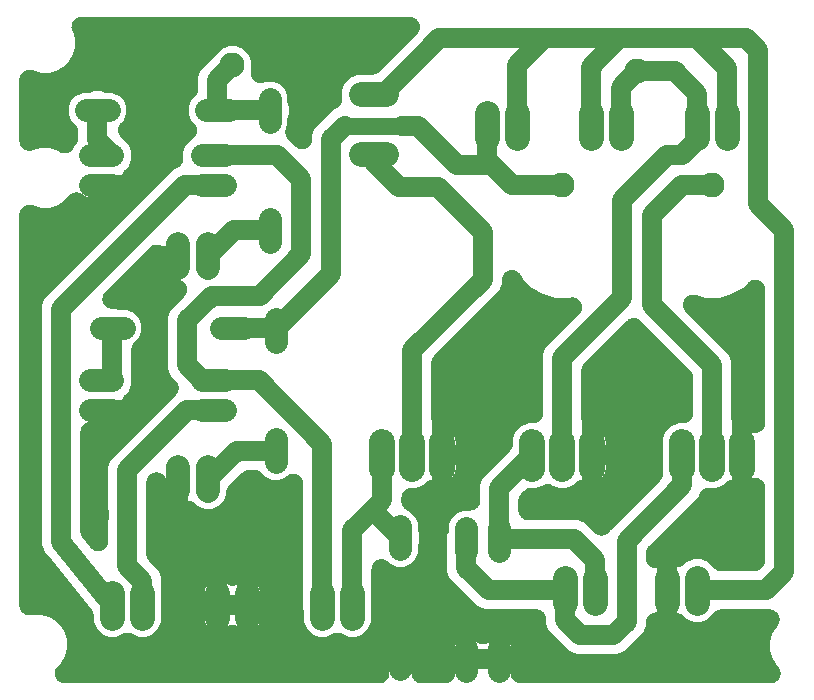
<source format=gbr>
G04 EAGLE Gerber RS-274X export*
G75*
%MOMM*%
%FSLAX34Y34*%
%LPD*%
%INBottom Copper*%
%IPPOS*%
%AMOC8*
5,1,8,0,0,1.08239X$1,22.5*%
G01*
%ADD10C,2.006600*%
%ADD11C,1.930400*%
%ADD12C,2.235200*%
%ADD13C,2.133600*%
%ADD14C,1.700000*%
%ADD15C,2.117600*%
%ADD16C,1.400000*%

G36*
X314950Y10164D02*
X314950Y10164D01*
X315016Y10162D01*
X315361Y10184D01*
X315707Y10201D01*
X315773Y10210D01*
X315839Y10215D01*
X316180Y10270D01*
X316523Y10320D01*
X316587Y10336D01*
X316652Y10347D01*
X316986Y10435D01*
X317323Y10518D01*
X317386Y10540D01*
X317449Y10557D01*
X317773Y10677D01*
X318100Y10793D01*
X318160Y10821D01*
X318222Y10844D01*
X318533Y10995D01*
X318847Y11141D01*
X318904Y11175D01*
X318964Y11204D01*
X319259Y11384D01*
X319557Y11561D01*
X319611Y11600D01*
X319667Y11634D01*
X319943Y11843D01*
X320223Y12047D01*
X320272Y12091D01*
X320325Y12131D01*
X320580Y12365D01*
X320839Y12595D01*
X320883Y12644D01*
X320932Y12688D01*
X321163Y12946D01*
X321398Y13201D01*
X321438Y13253D01*
X321482Y13302D01*
X321687Y13582D01*
X321896Y13857D01*
X321931Y13913D01*
X321970Y13967D01*
X322147Y14265D01*
X322329Y14559D01*
X322358Y14619D01*
X322391Y14675D01*
X322539Y14989D01*
X322691Y15300D01*
X322714Y15361D01*
X322742Y15421D01*
X322859Y15748D01*
X322980Y16072D01*
X322997Y16135D01*
X323019Y16198D01*
X323103Y16534D01*
X323192Y16868D01*
X323203Y16933D01*
X323219Y16997D01*
X323270Y17339D01*
X323327Y17682D01*
X323331Y17748D01*
X323341Y17813D01*
X323359Y18158D01*
X323382Y18504D01*
X323380Y18570D01*
X323383Y18636D01*
X323373Y18795D01*
X323357Y19328D01*
X323321Y19612D01*
X323311Y19769D01*
X323087Y21465D01*
X323087Y23251D01*
X332740Y23251D01*
X342393Y23251D01*
X342393Y21465D01*
X342169Y19769D01*
X342164Y19704D01*
X342153Y19638D01*
X342130Y19292D01*
X342102Y18948D01*
X342103Y18882D01*
X342098Y18816D01*
X342109Y18470D01*
X342114Y18124D01*
X342121Y18058D01*
X342123Y17992D01*
X342167Y17648D01*
X342206Y17304D01*
X342219Y17240D01*
X342228Y17174D01*
X342305Y16837D01*
X342376Y16498D01*
X342396Y16435D01*
X342411Y16371D01*
X342520Y16042D01*
X342624Y15712D01*
X342650Y15651D01*
X342671Y15588D01*
X342812Y15271D01*
X342948Y14953D01*
X342979Y14896D01*
X343006Y14835D01*
X343177Y14534D01*
X343343Y14230D01*
X343380Y14175D01*
X343412Y14118D01*
X343610Y13836D01*
X343806Y13548D01*
X343848Y13497D01*
X343886Y13443D01*
X344111Y13182D01*
X344333Y12914D01*
X344380Y12868D01*
X344423Y12818D01*
X344672Y12579D01*
X344919Y12335D01*
X344970Y12293D01*
X345018Y12247D01*
X345290Y12033D01*
X345559Y11814D01*
X345614Y11778D01*
X345665Y11737D01*
X345957Y11550D01*
X346245Y11359D01*
X346304Y11328D01*
X346359Y11292D01*
X346668Y11134D01*
X346973Y10971D01*
X347034Y10946D01*
X347093Y10916D01*
X347415Y10789D01*
X347735Y10657D01*
X347798Y10638D01*
X347860Y10613D01*
X348193Y10518D01*
X348524Y10417D01*
X348589Y10404D01*
X348652Y10386D01*
X348993Y10323D01*
X349332Y10255D01*
X349398Y10249D01*
X349463Y10237D01*
X349622Y10226D01*
X350152Y10172D01*
X350439Y10171D01*
X350596Y10161D01*
X370597Y10161D01*
X370663Y10164D01*
X370729Y10162D01*
X371074Y10184D01*
X371420Y10201D01*
X371486Y10210D01*
X371552Y10215D01*
X371892Y10270D01*
X372236Y10320D01*
X372300Y10336D01*
X372365Y10347D01*
X372700Y10435D01*
X373036Y10518D01*
X373098Y10540D01*
X373162Y10557D01*
X373487Y10677D01*
X373813Y10793D01*
X373873Y10821D01*
X373935Y10844D01*
X374246Y10995D01*
X374560Y11141D01*
X374617Y11175D01*
X374677Y11204D01*
X374972Y11385D01*
X375270Y11561D01*
X375323Y11600D01*
X375380Y11634D01*
X375657Y11843D01*
X375936Y12047D01*
X375985Y12091D01*
X376038Y12131D01*
X376293Y12365D01*
X376551Y12595D01*
X376596Y12644D01*
X376645Y12689D01*
X376876Y12946D01*
X377111Y13201D01*
X377151Y13253D01*
X377195Y13303D01*
X377400Y13581D01*
X377609Y13857D01*
X377644Y13914D01*
X377683Y13967D01*
X377860Y14265D01*
X378041Y14559D01*
X378070Y14619D01*
X378104Y14675D01*
X378252Y14990D01*
X378404Y15300D01*
X378427Y15361D01*
X378455Y15421D01*
X378571Y15748D01*
X378692Y16072D01*
X378709Y16136D01*
X378732Y16198D01*
X378816Y16533D01*
X378905Y16868D01*
X378916Y16934D01*
X378932Y16998D01*
X378983Y17340D01*
X379040Y17682D01*
X379044Y17748D01*
X379054Y17813D01*
X379072Y18159D01*
X379095Y18504D01*
X379093Y18570D01*
X379096Y18636D01*
X379086Y18795D01*
X379070Y19328D01*
X379033Y19613D01*
X379023Y19770D01*
X378967Y20195D01*
X378967Y21981D01*
X388620Y21981D01*
X416560Y21981D01*
X426213Y21981D01*
X426213Y20195D01*
X426157Y19770D01*
X426151Y19704D01*
X426140Y19638D01*
X426117Y19292D01*
X426089Y18948D01*
X426090Y18882D01*
X426085Y18816D01*
X426096Y18470D01*
X426101Y18124D01*
X426108Y18058D01*
X426110Y17992D01*
X426154Y17648D01*
X426193Y17305D01*
X426206Y17240D01*
X426215Y17174D01*
X426292Y16837D01*
X426363Y16498D01*
X426383Y16435D01*
X426398Y16371D01*
X426508Y16042D01*
X426612Y15712D01*
X426637Y15651D01*
X426658Y15588D01*
X426799Y15272D01*
X426935Y14954D01*
X426966Y14895D01*
X426993Y14835D01*
X427164Y14534D01*
X427330Y14230D01*
X427367Y14175D01*
X427399Y14118D01*
X427598Y13835D01*
X427793Y13548D01*
X427835Y13497D01*
X427873Y13443D01*
X428098Y13181D01*
X428320Y12914D01*
X428367Y12868D01*
X428410Y12818D01*
X428660Y12578D01*
X428906Y12335D01*
X428957Y12293D01*
X429005Y12247D01*
X429277Y12033D01*
X429546Y11815D01*
X429601Y11778D01*
X429653Y11737D01*
X429944Y11550D01*
X430232Y11359D01*
X430291Y11328D01*
X430347Y11292D01*
X430654Y11134D01*
X430960Y10972D01*
X431022Y10946D01*
X431080Y10916D01*
X431402Y10789D01*
X431722Y10657D01*
X431785Y10638D01*
X431847Y10613D01*
X432180Y10518D01*
X432511Y10417D01*
X432576Y10404D01*
X432639Y10386D01*
X432979Y10323D01*
X433319Y10255D01*
X433385Y10249D01*
X433450Y10237D01*
X433608Y10226D01*
X434139Y10172D01*
X434426Y10171D01*
X434583Y10161D01*
X646208Y10161D01*
X646580Y10179D01*
X646953Y10194D01*
X646992Y10199D01*
X647031Y10201D01*
X647400Y10255D01*
X647770Y10306D01*
X647808Y10315D01*
X647847Y10320D01*
X648210Y10410D01*
X648572Y10496D01*
X648609Y10509D01*
X648647Y10518D01*
X649000Y10643D01*
X649352Y10764D01*
X649387Y10780D01*
X649424Y10793D01*
X649763Y10951D01*
X650102Y11105D01*
X650136Y11125D01*
X650171Y11141D01*
X650494Y11332D01*
X650816Y11518D01*
X650847Y11541D01*
X650881Y11561D01*
X651183Y11781D01*
X651486Y11998D01*
X651515Y12024D01*
X651547Y12047D01*
X651825Y12295D01*
X652106Y12541D01*
X652133Y12569D01*
X652162Y12595D01*
X652415Y12868D01*
X652671Y13141D01*
X652695Y13172D01*
X652722Y13201D01*
X652946Y13497D01*
X653176Y13793D01*
X653196Y13826D01*
X653220Y13857D01*
X653415Y14175D01*
X653614Y14491D01*
X653632Y14526D01*
X653652Y14559D01*
X653816Y14894D01*
X653983Y15228D01*
X653997Y15265D01*
X654014Y15300D01*
X654145Y15648D01*
X654279Y15998D01*
X654290Y16035D01*
X654303Y16072D01*
X654399Y16432D01*
X654499Y16792D01*
X654506Y16831D01*
X654516Y16868D01*
X654577Y17238D01*
X654641Y17604D01*
X654644Y17643D01*
X654650Y17682D01*
X654675Y18055D01*
X654704Y18426D01*
X654703Y18465D01*
X654705Y18504D01*
X654694Y18878D01*
X654686Y19250D01*
X654682Y19289D01*
X654681Y19328D01*
X654633Y19699D01*
X654589Y20069D01*
X654581Y20107D01*
X654576Y20146D01*
X654493Y20509D01*
X654413Y20874D01*
X654401Y20911D01*
X654393Y20949D01*
X654275Y21304D01*
X654160Y21659D01*
X654145Y21694D01*
X654132Y21732D01*
X653981Y22073D01*
X653832Y22415D01*
X653813Y22449D01*
X653798Y22485D01*
X653614Y22809D01*
X653433Y23136D01*
X653410Y23168D01*
X653391Y23202D01*
X653178Y23506D01*
X652965Y23815D01*
X652944Y23839D01*
X652918Y23877D01*
X652381Y24502D01*
X652279Y24600D01*
X652217Y24670D01*
X650426Y26461D01*
X647114Y32198D01*
X645399Y38598D01*
X645399Y45222D01*
X647114Y51622D01*
X650426Y57359D01*
X651337Y58270D01*
X651589Y58548D01*
X651842Y58821D01*
X651865Y58851D01*
X651891Y58881D01*
X652114Y59180D01*
X652340Y59477D01*
X652360Y59511D01*
X652384Y59542D01*
X652576Y59862D01*
X652772Y60179D01*
X652789Y60214D01*
X652809Y60248D01*
X652971Y60585D01*
X653134Y60920D01*
X653148Y60956D01*
X653165Y60991D01*
X653292Y61342D01*
X653423Y61692D01*
X653433Y61729D01*
X653447Y61766D01*
X653539Y62127D01*
X653636Y62488D01*
X653642Y62527D01*
X653652Y62565D01*
X653709Y62932D01*
X653770Y63302D01*
X653773Y63341D01*
X653779Y63379D01*
X653800Y63751D01*
X653825Y64124D01*
X653824Y64163D01*
X653827Y64202D01*
X653812Y64575D01*
X653801Y64948D01*
X653796Y64987D01*
X653794Y65026D01*
X653744Y65394D01*
X653696Y65766D01*
X653687Y65804D01*
X653682Y65842D01*
X653596Y66206D01*
X653513Y66569D01*
X653500Y66606D01*
X653491Y66644D01*
X653370Y66997D01*
X653252Y67352D01*
X653237Y67387D01*
X653224Y67424D01*
X653070Y67763D01*
X652918Y68105D01*
X652898Y68139D01*
X652882Y68174D01*
X652695Y68499D01*
X652511Y68822D01*
X652489Y68854D01*
X652469Y68888D01*
X652251Y69193D01*
X652038Y69497D01*
X652012Y69526D01*
X651989Y69558D01*
X651743Y69840D01*
X651501Y70122D01*
X651473Y70149D01*
X651447Y70179D01*
X651174Y70435D01*
X650906Y70693D01*
X650875Y70717D01*
X650847Y70744D01*
X650553Y70971D01*
X650258Y71203D01*
X650225Y71224D01*
X650194Y71248D01*
X649880Y71446D01*
X649564Y71648D01*
X649529Y71666D01*
X649497Y71687D01*
X649163Y71853D01*
X648831Y72024D01*
X648794Y72038D01*
X648759Y72056D01*
X648410Y72190D01*
X648064Y72327D01*
X648027Y72337D01*
X647990Y72352D01*
X647629Y72451D01*
X647271Y72554D01*
X647233Y72561D01*
X647196Y72571D01*
X646828Y72636D01*
X646461Y72703D01*
X646429Y72706D01*
X646384Y72713D01*
X645562Y72776D01*
X645420Y72773D01*
X645328Y72779D01*
X604540Y72779D01*
X604245Y72765D01*
X603950Y72759D01*
X603834Y72745D01*
X603716Y72739D01*
X603424Y72696D01*
X603131Y72662D01*
X603017Y72637D01*
X602901Y72620D01*
X602614Y72549D01*
X602326Y72486D01*
X602214Y72450D01*
X602101Y72422D01*
X601822Y72323D01*
X601541Y72233D01*
X601434Y72186D01*
X601323Y72147D01*
X601055Y72022D01*
X600785Y71905D01*
X600683Y71848D01*
X600576Y71799D01*
X600322Y71648D01*
X600064Y71505D01*
X599967Y71439D01*
X599867Y71379D01*
X599628Y71205D01*
X599385Y71037D01*
X599315Y70977D01*
X599201Y70893D01*
X598585Y70345D01*
X598554Y70311D01*
X598530Y70290D01*
X593121Y64881D01*
X587333Y62483D01*
X581067Y62483D01*
X575279Y64881D01*
X573193Y66967D01*
X572960Y67179D01*
X572732Y67395D01*
X572655Y67455D01*
X572583Y67521D01*
X572330Y67709D01*
X572082Y67903D01*
X571999Y67955D01*
X571921Y68013D01*
X571652Y68176D01*
X571386Y68345D01*
X571299Y68389D01*
X571215Y68439D01*
X570932Y68574D01*
X570650Y68717D01*
X570560Y68752D01*
X570472Y68794D01*
X570176Y68902D01*
X569882Y69016D01*
X569788Y69043D01*
X569697Y69076D01*
X569392Y69154D01*
X569089Y69240D01*
X568993Y69257D01*
X568899Y69281D01*
X568588Y69330D01*
X568278Y69386D01*
X568180Y69393D01*
X568084Y69408D01*
X567769Y69427D01*
X567456Y69452D01*
X567359Y69450D01*
X567299Y69454D01*
X567299Y88900D01*
X567299Y108351D01*
X567459Y108358D01*
X567773Y108364D01*
X567870Y108376D01*
X567968Y108380D01*
X568279Y108424D01*
X568592Y108461D01*
X568687Y108482D01*
X568784Y108496D01*
X569089Y108570D01*
X569397Y108637D01*
X569490Y108667D01*
X569585Y108690D01*
X569882Y108794D01*
X570182Y108890D01*
X570271Y108929D01*
X570363Y108961D01*
X570649Y109093D01*
X570938Y109218D01*
X571023Y109265D01*
X571112Y109306D01*
X571384Y109465D01*
X571659Y109618D01*
X571739Y109673D01*
X571824Y109722D01*
X572079Y109907D01*
X572338Y110085D01*
X572397Y110137D01*
X572492Y110205D01*
X573110Y110751D01*
X573157Y110801D01*
X573193Y110833D01*
X575279Y112919D01*
X581067Y115317D01*
X587333Y115317D01*
X593121Y112919D01*
X598530Y107510D01*
X598749Y107311D01*
X598962Y107107D01*
X599054Y107035D01*
X599140Y106956D01*
X599377Y106780D01*
X599609Y106597D01*
X599708Y106534D01*
X599802Y106464D01*
X600055Y106311D01*
X600303Y106152D01*
X600407Y106099D01*
X600508Y106038D01*
X600774Y105911D01*
X601037Y105776D01*
X601146Y105733D01*
X601251Y105683D01*
X601529Y105582D01*
X601804Y105473D01*
X601916Y105441D01*
X602026Y105401D01*
X602313Y105327D01*
X602596Y105246D01*
X602711Y105225D01*
X602824Y105196D01*
X603117Y105150D01*
X603407Y105097D01*
X603499Y105090D01*
X603639Y105069D01*
X604462Y105021D01*
X604508Y105023D01*
X604540Y105021D01*
X632422Y105021D01*
X632717Y105035D01*
X633012Y105041D01*
X633128Y105055D01*
X633245Y105061D01*
X633538Y105104D01*
X633831Y105138D01*
X633945Y105163D01*
X634061Y105180D01*
X634348Y105251D01*
X634636Y105314D01*
X634748Y105350D01*
X634861Y105378D01*
X635140Y105477D01*
X635421Y105567D01*
X635528Y105614D01*
X635639Y105653D01*
X635906Y105778D01*
X636177Y105895D01*
X636280Y105952D01*
X636386Y106001D01*
X636640Y106152D01*
X636898Y106295D01*
X636994Y106361D01*
X637095Y106421D01*
X637333Y106595D01*
X637577Y106762D01*
X637647Y106824D01*
X637761Y106907D01*
X638377Y107455D01*
X638408Y107489D01*
X638432Y107510D01*
X639250Y108328D01*
X639449Y108547D01*
X639653Y108760D01*
X639725Y108852D01*
X639804Y108939D01*
X639980Y109176D01*
X640163Y109407D01*
X640226Y109506D01*
X640296Y109600D01*
X640449Y109853D01*
X640608Y110101D01*
X640661Y110205D01*
X640722Y110306D01*
X640849Y110572D01*
X640984Y110835D01*
X641027Y110944D01*
X641077Y111049D01*
X641178Y111327D01*
X641287Y111602D01*
X641319Y111714D01*
X641359Y111824D01*
X641433Y112111D01*
X641514Y112394D01*
X641535Y112509D01*
X641564Y112623D01*
X641610Y112915D01*
X641663Y113205D01*
X641670Y113297D01*
X641691Y113437D01*
X641739Y114260D01*
X641737Y114306D01*
X641739Y114338D01*
X641739Y175620D01*
X641735Y175706D01*
X641738Y175791D01*
X641715Y176117D01*
X641699Y176444D01*
X641687Y176528D01*
X641681Y176614D01*
X641627Y176936D01*
X641580Y177259D01*
X641559Y177342D01*
X641545Y177427D01*
X641460Y177742D01*
X641382Y178060D01*
X641353Y178140D01*
X641331Y178223D01*
X641216Y178528D01*
X641107Y178837D01*
X641071Y178914D01*
X641041Y178994D01*
X640897Y179287D01*
X640759Y179584D01*
X640715Y179658D01*
X640677Y179734D01*
X640505Y180012D01*
X640339Y180294D01*
X640289Y180363D01*
X640244Y180435D01*
X640045Y180696D01*
X639853Y180959D01*
X639796Y181023D01*
X639744Y181091D01*
X639522Y181331D01*
X639305Y181575D01*
X639242Y181633D01*
X639184Y181696D01*
X638939Y181913D01*
X638699Y182134D01*
X638631Y182186D01*
X638567Y182243D01*
X638303Y182435D01*
X638043Y182633D01*
X637970Y182677D01*
X637901Y182728D01*
X637619Y182894D01*
X637341Y183065D01*
X637264Y183102D01*
X637190Y183146D01*
X636893Y183284D01*
X636600Y183427D01*
X636520Y183457D01*
X636443Y183493D01*
X636134Y183602D01*
X635828Y183716D01*
X635746Y183738D01*
X635665Y183766D01*
X635347Y183844D01*
X635032Y183929D01*
X634947Y183943D01*
X634864Y183963D01*
X634541Y184010D01*
X634218Y184063D01*
X634133Y184069D01*
X634048Y184081D01*
X633722Y184096D01*
X633396Y184118D01*
X633311Y184116D01*
X633225Y184120D01*
X632898Y184103D01*
X632572Y184093D01*
X632487Y184082D01*
X632402Y184078D01*
X632078Y184030D01*
X631754Y183989D01*
X631671Y183970D01*
X631586Y183957D01*
X631269Y183878D01*
X630951Y183805D01*
X630869Y183778D01*
X630799Y183761D01*
X630799Y203200D01*
X630799Y222645D01*
X630968Y222600D01*
X631282Y222509D01*
X631366Y222493D01*
X631448Y222471D01*
X631771Y222418D01*
X632092Y222358D01*
X632177Y222351D01*
X632262Y222337D01*
X632588Y222315D01*
X632913Y222287D01*
X632999Y222288D01*
X633084Y222282D01*
X633410Y222292D01*
X633737Y222295D01*
X633822Y222304D01*
X633908Y222307D01*
X634232Y222348D01*
X634557Y222383D01*
X634641Y222400D01*
X634726Y222411D01*
X635044Y222484D01*
X635364Y222550D01*
X635446Y222576D01*
X635529Y222595D01*
X635840Y222698D01*
X636152Y222795D01*
X636230Y222828D01*
X636312Y222855D01*
X636611Y222988D01*
X636911Y223114D01*
X636987Y223155D01*
X637065Y223190D01*
X637349Y223351D01*
X637637Y223506D01*
X637708Y223554D01*
X637782Y223596D01*
X638049Y223783D01*
X638321Y223966D01*
X638387Y224021D01*
X638457Y224070D01*
X638704Y224282D01*
X638957Y224490D01*
X639017Y224551D01*
X639082Y224607D01*
X639308Y224842D01*
X639539Y225074D01*
X639594Y225140D01*
X639653Y225202D01*
X639855Y225458D01*
X640062Y225711D01*
X640110Y225782D01*
X640163Y225849D01*
X640340Y226125D01*
X640521Y226396D01*
X640562Y226471D01*
X640608Y226543D01*
X640757Y226834D01*
X640912Y227122D01*
X640945Y227201D01*
X640984Y227277D01*
X641104Y227581D01*
X641230Y227882D01*
X641255Y227964D01*
X641287Y228043D01*
X641377Y228358D01*
X641473Y228670D01*
X641490Y228754D01*
X641514Y228836D01*
X641573Y229157D01*
X641639Y229477D01*
X641648Y229562D01*
X641663Y229646D01*
X641675Y229817D01*
X641726Y230297D01*
X641728Y230614D01*
X641739Y230780D01*
X641739Y343510D01*
X641721Y343882D01*
X641706Y344255D01*
X641701Y344294D01*
X641699Y344333D01*
X641645Y344702D01*
X641594Y345072D01*
X641585Y345110D01*
X641580Y345149D01*
X641490Y345511D01*
X641404Y345874D01*
X641391Y345911D01*
X641382Y345949D01*
X641257Y346301D01*
X641136Y346654D01*
X641120Y346689D01*
X641107Y346726D01*
X640949Y347065D01*
X640795Y347404D01*
X640775Y347438D01*
X640759Y347473D01*
X640569Y347794D01*
X640382Y348117D01*
X640359Y348149D01*
X640339Y348183D01*
X640120Y348484D01*
X639902Y348788D01*
X639876Y348817D01*
X639853Y348849D01*
X639604Y349128D01*
X639359Y349408D01*
X639331Y349435D01*
X639305Y349464D01*
X639032Y349716D01*
X638759Y349973D01*
X638728Y349997D01*
X638699Y350024D01*
X638403Y350248D01*
X638107Y350477D01*
X638074Y350498D01*
X638043Y350522D01*
X637725Y350718D01*
X637409Y350916D01*
X637374Y350934D01*
X637341Y350954D01*
X637006Y351118D01*
X636672Y351285D01*
X636635Y351299D01*
X636600Y351316D01*
X636252Y351447D01*
X635902Y351581D01*
X635865Y351592D01*
X635828Y351605D01*
X635469Y351701D01*
X635108Y351801D01*
X635069Y351808D01*
X635032Y351818D01*
X634663Y351879D01*
X634296Y351943D01*
X634257Y351946D01*
X634218Y351952D01*
X633845Y351977D01*
X633474Y352006D01*
X633435Y352005D01*
X633396Y352007D01*
X633022Y351996D01*
X632650Y351988D01*
X632611Y351984D01*
X632572Y351983D01*
X632201Y351935D01*
X631831Y351891D01*
X631793Y351883D01*
X631754Y351878D01*
X631391Y351795D01*
X631026Y351715D01*
X630989Y351703D01*
X630951Y351695D01*
X630597Y351577D01*
X630241Y351462D01*
X630205Y351447D01*
X630168Y351434D01*
X629827Y351283D01*
X629485Y351134D01*
X629451Y351115D01*
X629415Y351100D01*
X629091Y350916D01*
X628764Y350735D01*
X628732Y350712D01*
X628698Y350693D01*
X628394Y350480D01*
X628085Y350267D01*
X628061Y350246D01*
X628023Y350219D01*
X627398Y349683D01*
X627300Y349581D01*
X627230Y349519D01*
X622634Y344923D01*
X613077Y339405D01*
X602418Y336549D01*
X591382Y336549D01*
X582634Y338893D01*
X582391Y338946D01*
X582150Y339008D01*
X581988Y339033D01*
X581828Y339068D01*
X581581Y339097D01*
X581335Y339135D01*
X581172Y339145D01*
X581009Y339164D01*
X580761Y339168D01*
X580512Y339183D01*
X580348Y339176D01*
X580185Y339179D01*
X579937Y339160D01*
X579688Y339150D01*
X579526Y339128D01*
X579363Y339115D01*
X579118Y339072D01*
X578872Y339038D01*
X578713Y339000D01*
X578552Y338972D01*
X578312Y338905D01*
X578070Y338848D01*
X577915Y338795D01*
X577758Y338751D01*
X577525Y338661D01*
X577290Y338580D01*
X577141Y338512D01*
X576989Y338453D01*
X576766Y338342D01*
X576540Y338238D01*
X576398Y338156D01*
X576252Y338083D01*
X576042Y337950D01*
X575826Y337826D01*
X575693Y337730D01*
X575555Y337643D01*
X575359Y337491D01*
X575156Y337346D01*
X575033Y337238D01*
X574904Y337138D01*
X574723Y336967D01*
X574536Y336803D01*
X574423Y336684D01*
X574305Y336572D01*
X574141Y336384D01*
X573970Y336203D01*
X573870Y336073D01*
X573763Y335950D01*
X573619Y335748D01*
X573466Y335551D01*
X573379Y335412D01*
X573284Y335279D01*
X573160Y335063D01*
X573028Y334853D01*
X572954Y334707D01*
X572873Y334565D01*
X572770Y334338D01*
X572659Y334116D01*
X572600Y333963D01*
X572532Y333814D01*
X572452Y333578D01*
X572363Y333346D01*
X572319Y333189D01*
X572266Y333034D01*
X572209Y332791D01*
X572143Y332552D01*
X572115Y332391D01*
X572077Y332231D01*
X572044Y331985D01*
X572001Y331740D01*
X571988Y331577D01*
X571966Y331415D01*
X571957Y331166D01*
X571938Y330918D01*
X571942Y330754D01*
X571935Y330591D01*
X571950Y330342D01*
X571955Y330093D01*
X571975Y329931D01*
X571984Y329768D01*
X572023Y329522D01*
X572052Y329275D01*
X572087Y329115D01*
X572113Y328954D01*
X572175Y328712D01*
X572228Y328470D01*
X572279Y328314D01*
X572320Y328156D01*
X572405Y327922D01*
X572481Y327685D01*
X572547Y327535D01*
X572603Y327381D01*
X572710Y327157D01*
X572809Y326929D01*
X572889Y326785D01*
X572959Y326638D01*
X573088Y326425D01*
X573209Y326208D01*
X573302Y326073D01*
X573386Y325933D01*
X573535Y325734D01*
X573677Y325529D01*
X573759Y325435D01*
X573880Y325273D01*
X574401Y324700D01*
X574424Y324674D01*
X604836Y294262D01*
X604837Y294262D01*
X610567Y288532D01*
X613021Y282607D01*
X613021Y234052D01*
X613037Y233718D01*
X613047Y233384D01*
X613057Y233307D01*
X613061Y233229D01*
X613109Y232898D01*
X613152Y232566D01*
X613169Y232490D01*
X613180Y232413D01*
X613261Y232088D01*
X613335Y231763D01*
X613360Y231689D01*
X613378Y231613D01*
X613490Y231297D01*
X613595Y230980D01*
X613627Y230909D01*
X613653Y230836D01*
X613794Y230532D01*
X613801Y230518D01*
X613801Y203200D01*
X613801Y182637D01*
X613761Y182635D01*
X613446Y182629D01*
X613349Y182617D01*
X613252Y182613D01*
X612940Y182569D01*
X612627Y182532D01*
X612532Y182511D01*
X612435Y182497D01*
X612130Y182423D01*
X611822Y182356D01*
X611729Y182326D01*
X611634Y182303D01*
X611337Y182199D01*
X611037Y182103D01*
X610948Y182064D01*
X610856Y182032D01*
X610570Y181900D01*
X610281Y181775D01*
X610196Y181727D01*
X610107Y181687D01*
X609835Y181527D01*
X609560Y181375D01*
X609480Y181320D01*
X609396Y181270D01*
X609140Y181086D01*
X608881Y180907D01*
X608822Y180856D01*
X608728Y180787D01*
X608110Y180242D01*
X608062Y180191D01*
X608026Y180160D01*
X606109Y178242D01*
X600134Y175767D01*
X593786Y175767D01*
X593472Y175752D01*
X593157Y175744D01*
X593060Y175732D01*
X592963Y175727D01*
X592651Y175682D01*
X592339Y175643D01*
X592244Y175622D01*
X592147Y175608D01*
X591841Y175532D01*
X591534Y175464D01*
X591441Y175433D01*
X591347Y175410D01*
X591049Y175305D01*
X590751Y175207D01*
X590662Y175168D01*
X590570Y175135D01*
X590284Y175002D01*
X589996Y174875D01*
X589911Y174828D01*
X589823Y174787D01*
X589551Y174626D01*
X589277Y174472D01*
X589197Y174417D01*
X589113Y174367D01*
X588859Y174182D01*
X588600Y174002D01*
X588526Y173939D01*
X588447Y173881D01*
X588212Y173672D01*
X587972Y173468D01*
X587904Y173398D01*
X587831Y173333D01*
X587618Y173102D01*
X587399Y172875D01*
X587338Y172799D01*
X587272Y172727D01*
X587082Y172477D01*
X586886Y172230D01*
X586833Y172148D01*
X586774Y172071D01*
X586609Y171802D01*
X586437Y171538D01*
X586403Y171468D01*
X586341Y171369D01*
X585979Y170628D01*
X585955Y170564D01*
X585934Y170520D01*
X585166Y168668D01*
X543120Y126622D01*
X542921Y126403D01*
X542717Y126190D01*
X542645Y126098D01*
X542566Y126011D01*
X542390Y125774D01*
X542207Y125543D01*
X542144Y125444D01*
X542074Y125350D01*
X541921Y125097D01*
X541762Y124849D01*
X541709Y124745D01*
X541648Y124644D01*
X541521Y124378D01*
X541386Y124115D01*
X541343Y124006D01*
X541293Y123901D01*
X541192Y123623D01*
X541083Y123348D01*
X541051Y123236D01*
X541011Y123126D01*
X540937Y122839D01*
X540856Y122556D01*
X540835Y122441D01*
X540806Y122328D01*
X540760Y122035D01*
X540707Y121745D01*
X540700Y121653D01*
X540679Y121513D01*
X540631Y120690D01*
X540633Y120644D01*
X540631Y120612D01*
X540631Y116118D01*
X540635Y116033D01*
X540632Y115947D01*
X540655Y115621D01*
X540671Y115295D01*
X540683Y115210D01*
X540689Y115125D01*
X540743Y114803D01*
X540790Y114479D01*
X540811Y114396D01*
X540825Y114312D01*
X540910Y113996D01*
X540988Y113679D01*
X541017Y113598D01*
X541039Y113516D01*
X541154Y113210D01*
X541263Y112902D01*
X541299Y112824D01*
X541329Y112744D01*
X541473Y112451D01*
X541611Y112155D01*
X541655Y112081D01*
X541693Y112004D01*
X541864Y111727D01*
X542031Y111445D01*
X542081Y111376D01*
X542126Y111303D01*
X542324Y111043D01*
X542517Y110779D01*
X542574Y110715D01*
X542626Y110647D01*
X542848Y110408D01*
X543065Y110164D01*
X543128Y110106D01*
X543186Y110043D01*
X543431Y109825D01*
X543671Y109604D01*
X543739Y109553D01*
X543803Y109496D01*
X544068Y109303D01*
X544327Y109106D01*
X544400Y109061D01*
X544470Y109011D01*
X544752Y108845D01*
X545029Y108674D01*
X545106Y108636D01*
X545180Y108593D01*
X545477Y108455D01*
X545770Y108311D01*
X545850Y108281D01*
X545928Y108245D01*
X546236Y108137D01*
X546542Y108023D01*
X546625Y108001D01*
X546705Y107972D01*
X547022Y107894D01*
X547338Y107810D01*
X547423Y107796D01*
X547506Y107776D01*
X547829Y107729D01*
X548152Y107676D01*
X548237Y107670D01*
X548322Y107658D01*
X548649Y107642D01*
X548974Y107620D01*
X549059Y107623D01*
X549145Y107619D01*
X549472Y107635D01*
X549798Y107645D01*
X549883Y107656D01*
X549969Y107660D01*
X550292Y107708D01*
X550301Y107710D01*
X550301Y88900D01*
X550301Y70099D01*
X550278Y70103D01*
X550193Y70110D01*
X550108Y70124D01*
X549783Y70146D01*
X549457Y70175D01*
X549371Y70174D01*
X549286Y70180D01*
X548959Y70170D01*
X548633Y70166D01*
X548548Y70157D01*
X548462Y70155D01*
X548138Y70113D01*
X547813Y70078D01*
X547729Y70061D01*
X547644Y70050D01*
X547326Y69978D01*
X547006Y69911D01*
X546924Y69886D01*
X546841Y69867D01*
X546530Y69764D01*
X546219Y69667D01*
X546140Y69634D01*
X546058Y69607D01*
X545760Y69474D01*
X545459Y69347D01*
X545383Y69307D01*
X545305Y69272D01*
X545021Y69111D01*
X544733Y68955D01*
X544662Y68908D01*
X544588Y68865D01*
X544321Y68678D01*
X544049Y68495D01*
X543983Y68441D01*
X543913Y68392D01*
X543666Y68180D01*
X543413Y67971D01*
X543353Y67910D01*
X543288Y67855D01*
X543062Y67620D01*
X542831Y67388D01*
X542776Y67321D01*
X542717Y67260D01*
X542515Y67003D01*
X542308Y66751D01*
X542260Y66680D01*
X542207Y66612D01*
X542030Y66336D01*
X541849Y66066D01*
X541808Y65991D01*
X541762Y65918D01*
X541613Y65627D01*
X541458Y65340D01*
X541425Y65261D01*
X541386Y65185D01*
X541266Y64881D01*
X541140Y64580D01*
X541115Y64498D01*
X541083Y64418D01*
X540993Y64104D01*
X540897Y63792D01*
X540880Y63708D01*
X540856Y63626D01*
X540797Y63305D01*
X540731Y62984D01*
X540722Y62899D01*
X540707Y62815D01*
X540695Y62644D01*
X540644Y62165D01*
X540642Y61847D01*
X540631Y61682D01*
X540631Y59023D01*
X538177Y53098D01*
X522212Y37133D01*
X516287Y34679D01*
X481933Y34679D01*
X476008Y37133D01*
X458773Y54368D01*
X456319Y60293D01*
X456319Y64280D01*
X456303Y64614D01*
X456293Y64948D01*
X456283Y65025D01*
X456279Y65103D01*
X456231Y65434D01*
X456188Y65766D01*
X456171Y65842D01*
X456160Y65919D01*
X456079Y66244D01*
X456005Y66569D01*
X455980Y66643D01*
X455962Y66719D01*
X455850Y67035D01*
X455745Y67352D01*
X455713Y67423D01*
X455687Y67496D01*
X455546Y67800D01*
X455410Y68105D01*
X455372Y68173D01*
X455339Y68243D01*
X455168Y68532D01*
X455004Y68822D01*
X454959Y68886D01*
X454919Y68953D01*
X454722Y69224D01*
X454530Y69497D01*
X454479Y69556D01*
X454433Y69619D01*
X454210Y69869D01*
X453993Y70122D01*
X453937Y70176D01*
X453885Y70235D01*
X453639Y70462D01*
X453398Y70693D01*
X453337Y70741D01*
X453279Y70794D01*
X453014Y70996D01*
X452751Y71203D01*
X452685Y71245D01*
X452623Y71292D01*
X452338Y71467D01*
X452057Y71648D01*
X451987Y71684D01*
X451921Y71725D01*
X451621Y71871D01*
X451323Y72024D01*
X451250Y72053D01*
X451180Y72087D01*
X450867Y72204D01*
X450556Y72327D01*
X450481Y72348D01*
X450408Y72376D01*
X450085Y72462D01*
X449764Y72554D01*
X449687Y72568D01*
X449612Y72588D01*
X449282Y72643D01*
X448953Y72703D01*
X448890Y72708D01*
X448798Y72723D01*
X447976Y72778D01*
X447883Y72775D01*
X447820Y72779D01*
X404463Y72779D01*
X398538Y75233D01*
X374953Y98818D01*
X372499Y104743D01*
X372499Y135287D01*
X373240Y137076D01*
X373333Y137335D01*
X373435Y137592D01*
X373472Y137723D01*
X373518Y137852D01*
X373586Y138119D01*
X373662Y138384D01*
X373687Y138518D01*
X373720Y138651D01*
X373761Y138924D01*
X373811Y139195D01*
X373819Y139301D01*
X373843Y139466D01*
X373887Y140289D01*
X373886Y140312D01*
X373887Y140328D01*
X373887Y144663D01*
X376130Y150077D01*
X380275Y154222D01*
X385689Y156465D01*
X391940Y156465D01*
X392274Y156481D01*
X392608Y156491D01*
X392685Y156501D01*
X392763Y156505D01*
X393094Y156553D01*
X393426Y156596D01*
X393502Y156613D01*
X393579Y156624D01*
X393904Y156705D01*
X394229Y156779D01*
X394303Y156804D01*
X394379Y156822D01*
X394695Y156934D01*
X395012Y157039D01*
X395083Y157071D01*
X395156Y157097D01*
X395460Y157238D01*
X395765Y157374D01*
X395833Y157412D01*
X395903Y157445D01*
X396192Y157616D01*
X396482Y157780D01*
X396546Y157825D01*
X396613Y157865D01*
X396884Y158062D01*
X397157Y158254D01*
X397216Y158305D01*
X397279Y158351D01*
X397529Y158574D01*
X397782Y158791D01*
X397836Y158847D01*
X397895Y158899D01*
X398122Y159145D01*
X398353Y159386D01*
X398401Y159447D01*
X398454Y159505D01*
X398656Y159770D01*
X398863Y160033D01*
X398905Y160099D01*
X398952Y160161D01*
X399127Y160446D01*
X399308Y160727D01*
X399344Y160797D01*
X399385Y160863D01*
X399531Y161163D01*
X399684Y161461D01*
X399713Y161534D01*
X399747Y161604D01*
X399864Y161917D01*
X399987Y162228D01*
X400008Y162303D01*
X400036Y162376D01*
X400122Y162699D01*
X400214Y163020D01*
X400228Y163097D01*
X400248Y163172D01*
X400303Y163502D01*
X400363Y163831D01*
X400368Y163894D01*
X400383Y163986D01*
X400438Y164808D01*
X400435Y164901D01*
X400439Y164964D01*
X400439Y178467D01*
X402893Y184392D01*
X425754Y207252D01*
X425953Y207471D01*
X426157Y207684D01*
X426229Y207776D01*
X426308Y207863D01*
X426484Y208100D01*
X426667Y208331D01*
X426730Y208430D01*
X426800Y208524D01*
X426953Y208777D01*
X427112Y209025D01*
X427165Y209129D01*
X427226Y209230D01*
X427353Y209496D01*
X427488Y209759D01*
X427531Y209868D01*
X427581Y209973D01*
X427682Y210251D01*
X427791Y210526D01*
X427823Y210638D01*
X427863Y210748D01*
X427937Y211035D01*
X428018Y211318D01*
X428039Y211433D01*
X428068Y211547D01*
X428114Y211839D01*
X428167Y212129D01*
X428174Y212221D01*
X428195Y212361D01*
X428243Y213184D01*
X428241Y213230D01*
X428243Y213262D01*
X428243Y217610D01*
X430718Y223585D01*
X435291Y228158D01*
X441266Y230633D01*
X445280Y230633D01*
X445614Y230649D01*
X445948Y230659D01*
X446025Y230669D01*
X446103Y230673D01*
X446434Y230721D01*
X446766Y230764D01*
X446842Y230781D01*
X446919Y230792D01*
X447244Y230873D01*
X447569Y230947D01*
X447643Y230972D01*
X447719Y230990D01*
X448035Y231102D01*
X448352Y231207D01*
X448423Y231239D01*
X448496Y231265D01*
X448800Y231406D01*
X449105Y231542D01*
X449173Y231580D01*
X449243Y231613D01*
X449532Y231784D01*
X449822Y231948D01*
X449886Y231993D01*
X449953Y232033D01*
X450224Y232230D01*
X450497Y232422D01*
X450556Y232473D01*
X450619Y232519D01*
X450869Y232742D01*
X451122Y232959D01*
X451176Y233015D01*
X451235Y233067D01*
X451462Y233313D01*
X451693Y233554D01*
X451741Y233615D01*
X451794Y233673D01*
X451996Y233938D01*
X452203Y234201D01*
X452245Y234267D01*
X452292Y234329D01*
X452467Y234614D01*
X452648Y234895D01*
X452684Y234965D01*
X452725Y235031D01*
X452871Y235331D01*
X453024Y235629D01*
X453053Y235702D01*
X453087Y235772D01*
X453204Y236085D01*
X453327Y236396D01*
X453348Y236471D01*
X453376Y236544D01*
X453462Y236867D01*
X453554Y237188D01*
X453568Y237265D01*
X453588Y237340D01*
X453643Y237670D01*
X453703Y237999D01*
X453708Y238062D01*
X453723Y238154D01*
X453778Y238976D01*
X453775Y239069D01*
X453779Y239132D01*
X453779Y288584D01*
X456233Y294509D01*
X484211Y322486D01*
X484378Y322670D01*
X484552Y322848D01*
X484655Y322976D01*
X484765Y323097D01*
X484913Y323296D01*
X485070Y323490D01*
X485159Y323627D01*
X485257Y323758D01*
X485386Y323971D01*
X485522Y324179D01*
X485598Y324324D01*
X485683Y324464D01*
X485790Y324688D01*
X485906Y324909D01*
X485968Y325060D01*
X486038Y325207D01*
X486123Y325441D01*
X486217Y325672D01*
X486264Y325829D01*
X486320Y325982D01*
X486382Y326223D01*
X486453Y326462D01*
X486485Y326622D01*
X486525Y326781D01*
X486564Y327027D01*
X486611Y327271D01*
X486627Y327434D01*
X486652Y327595D01*
X486667Y327844D01*
X486691Y328091D01*
X486690Y328255D01*
X486700Y328418D01*
X486690Y328667D01*
X486690Y328916D01*
X486674Y329078D01*
X486667Y329242D01*
X486634Y329488D01*
X486609Y329736D01*
X486578Y329896D01*
X486555Y330058D01*
X486498Y330301D01*
X486450Y330545D01*
X486402Y330701D01*
X486365Y330860D01*
X486284Y331096D01*
X486212Y331334D01*
X486150Y331485D01*
X486097Y331640D01*
X485994Y331867D01*
X485900Y332097D01*
X485823Y332242D01*
X485755Y332390D01*
X485631Y332606D01*
X485515Y332826D01*
X485425Y332962D01*
X485343Y333104D01*
X485198Y333306D01*
X485061Y333514D01*
X484958Y333641D01*
X484863Y333774D01*
X484699Y333961D01*
X484542Y334155D01*
X484428Y334272D01*
X484320Y334395D01*
X484139Y334565D01*
X483964Y334743D01*
X483839Y334848D01*
X483720Y334960D01*
X483523Y335112D01*
X483332Y335272D01*
X483197Y335364D01*
X483068Y335464D01*
X482857Y335596D01*
X482651Y335737D01*
X482508Y335816D01*
X482370Y335903D01*
X482147Y336014D01*
X481929Y336134D01*
X481779Y336198D01*
X481633Y336272D01*
X481401Y336361D01*
X481172Y336459D01*
X481016Y336509D01*
X480863Y336567D01*
X480623Y336634D01*
X480386Y336710D01*
X480226Y336744D01*
X480069Y336787D01*
X479823Y336830D01*
X479580Y336883D01*
X479418Y336901D01*
X479257Y336929D01*
X479008Y336948D01*
X478761Y336977D01*
X478598Y336980D01*
X478435Y336992D01*
X478186Y336987D01*
X477937Y336991D01*
X477774Y336978D01*
X477611Y336975D01*
X477364Y336945D01*
X477115Y336926D01*
X476993Y336901D01*
X476792Y336878D01*
X476036Y336712D01*
X476001Y336706D01*
X475418Y336549D01*
X464382Y336549D01*
X453723Y339405D01*
X444166Y344923D01*
X436363Y352726D01*
X434571Y355831D01*
X434436Y356040D01*
X434309Y356255D01*
X434213Y356386D01*
X434124Y356524D01*
X433970Y356720D01*
X433823Y356920D01*
X433714Y357042D01*
X433613Y357171D01*
X433440Y357350D01*
X433275Y357536D01*
X433155Y357647D01*
X433041Y357765D01*
X432852Y357927D01*
X432669Y358095D01*
X432539Y358194D01*
X432415Y358300D01*
X432211Y358443D01*
X432013Y358594D01*
X431873Y358679D01*
X431739Y358773D01*
X431523Y358895D01*
X431311Y359026D01*
X431164Y359098D01*
X431021Y359178D01*
X430794Y359279D01*
X430570Y359388D01*
X430417Y359445D01*
X430268Y359512D01*
X430031Y359590D01*
X429798Y359677D01*
X429640Y359719D01*
X429485Y359770D01*
X429242Y359825D01*
X429002Y359890D01*
X428841Y359916D01*
X428681Y359952D01*
X428434Y359984D01*
X428188Y360024D01*
X428025Y360035D01*
X427863Y360055D01*
X427614Y360063D01*
X427366Y360079D01*
X427203Y360074D01*
X427039Y360079D01*
X426791Y360062D01*
X426542Y360054D01*
X426380Y360034D01*
X426217Y360022D01*
X425971Y359981D01*
X425724Y359950D01*
X425565Y359913D01*
X425404Y359886D01*
X425163Y359822D01*
X424921Y359766D01*
X424765Y359715D01*
X424608Y359672D01*
X424375Y359585D01*
X424138Y359506D01*
X423989Y359440D01*
X423836Y359382D01*
X423613Y359273D01*
X423385Y359171D01*
X423243Y359091D01*
X423096Y359019D01*
X422884Y358888D01*
X422668Y358765D01*
X422534Y358671D01*
X422395Y358585D01*
X422197Y358434D01*
X421993Y358291D01*
X421870Y358185D01*
X421739Y358086D01*
X421556Y357916D01*
X421368Y357754D01*
X421255Y357636D01*
X421135Y357525D01*
X420969Y357339D01*
X420797Y357159D01*
X420696Y357031D01*
X420588Y356909D01*
X420441Y356707D01*
X420287Y356512D01*
X420199Y356374D01*
X420103Y356242D01*
X419976Y356028D01*
X419842Y355818D01*
X419767Y355672D01*
X419685Y355532D01*
X419580Y355306D01*
X419466Y355084D01*
X419406Y354932D01*
X419337Y354784D01*
X419255Y354549D01*
X419163Y354318D01*
X419118Y354161D01*
X419064Y354006D01*
X419005Y353764D01*
X418936Y353525D01*
X418906Y353365D01*
X418867Y353206D01*
X418832Y352959D01*
X418787Y352715D01*
X418778Y352590D01*
X418749Y352390D01*
X418713Y351616D01*
X418711Y351581D01*
X418711Y348583D01*
X416257Y342658D01*
X361510Y287912D01*
X361311Y287693D01*
X361107Y287480D01*
X361035Y287388D01*
X360956Y287301D01*
X360780Y287064D01*
X360597Y286833D01*
X360534Y286734D01*
X360464Y286640D01*
X360311Y286387D01*
X360152Y286139D01*
X360099Y286035D01*
X360038Y285934D01*
X359911Y285668D01*
X359776Y285405D01*
X359733Y285296D01*
X359683Y285191D01*
X359582Y284913D01*
X359473Y284638D01*
X359441Y284526D01*
X359401Y284416D01*
X359327Y284129D01*
X359246Y283846D01*
X359225Y283731D01*
X359196Y283617D01*
X359150Y283325D01*
X359097Y283035D01*
X359090Y282943D01*
X359069Y282803D01*
X359021Y281980D01*
X359023Y281934D01*
X359021Y281902D01*
X359021Y234052D01*
X359037Y233718D01*
X359047Y233384D01*
X359057Y233307D01*
X359061Y233229D01*
X359109Y232898D01*
X359152Y232566D01*
X359169Y232490D01*
X359180Y232413D01*
X359261Y232088D01*
X359335Y231763D01*
X359360Y231689D01*
X359378Y231613D01*
X359490Y231297D01*
X359595Y230980D01*
X359627Y230909D01*
X359653Y230836D01*
X359794Y230532D01*
X359801Y230518D01*
X359801Y203200D01*
X359801Y182637D01*
X359761Y182635D01*
X359446Y182629D01*
X359349Y182617D01*
X359252Y182613D01*
X358940Y182569D01*
X358627Y182532D01*
X358532Y182511D01*
X358435Y182497D01*
X358130Y182423D01*
X357822Y182356D01*
X357729Y182326D01*
X357634Y182303D01*
X357337Y182199D01*
X357037Y182103D01*
X356948Y182064D01*
X356856Y182032D01*
X356570Y181900D01*
X356281Y181775D01*
X356196Y181727D01*
X356107Y181687D01*
X355835Y181527D01*
X355560Y181375D01*
X355480Y181320D01*
X355396Y181270D01*
X355140Y181086D01*
X354881Y180907D01*
X354822Y180856D01*
X354728Y180787D01*
X354110Y180242D01*
X354062Y180191D01*
X354026Y180160D01*
X352109Y178242D01*
X346134Y175767D01*
X342120Y175767D01*
X341786Y175751D01*
X341452Y175741D01*
X341375Y175731D01*
X341297Y175727D01*
X340966Y175679D01*
X340634Y175636D01*
X340558Y175619D01*
X340481Y175608D01*
X340156Y175527D01*
X339831Y175453D01*
X339757Y175428D01*
X339681Y175410D01*
X339365Y175298D01*
X339048Y175193D01*
X338977Y175161D01*
X338904Y175135D01*
X338600Y174994D01*
X338295Y174858D01*
X338227Y174820D01*
X338157Y174787D01*
X337868Y174616D01*
X337578Y174452D01*
X337514Y174407D01*
X337447Y174367D01*
X337176Y174170D01*
X336903Y173978D01*
X336844Y173927D01*
X336781Y173881D01*
X336531Y173658D01*
X336278Y173441D01*
X336224Y173385D01*
X336165Y173333D01*
X335938Y173087D01*
X335707Y172846D01*
X335659Y172785D01*
X335606Y172727D01*
X335404Y172462D01*
X335197Y172199D01*
X335155Y172133D01*
X335108Y172071D01*
X334933Y171786D01*
X334752Y171505D01*
X334716Y171435D01*
X334675Y171369D01*
X334529Y171069D01*
X334376Y170771D01*
X334347Y170698D01*
X334313Y170628D01*
X334196Y170315D01*
X334073Y170004D01*
X334052Y169929D01*
X334024Y169856D01*
X333938Y169533D01*
X333846Y169212D01*
X333832Y169135D01*
X333812Y169060D01*
X333757Y168730D01*
X333697Y168401D01*
X333692Y168338D01*
X333677Y168246D01*
X333622Y167424D01*
X333625Y167331D01*
X333621Y167268D01*
X333621Y164263D01*
X333636Y163949D01*
X333644Y163634D01*
X333656Y163537D01*
X333661Y163439D01*
X333706Y163127D01*
X333745Y162815D01*
X333766Y162720D01*
X333780Y162624D01*
X333856Y162318D01*
X333924Y162011D01*
X333955Y161918D01*
X333978Y161824D01*
X334083Y161527D01*
X334181Y161228D01*
X334220Y161138D01*
X334253Y161046D01*
X334386Y160761D01*
X334513Y160473D01*
X334560Y160388D01*
X334601Y160299D01*
X334762Y160028D01*
X334916Y159754D01*
X334971Y159674D01*
X335021Y159590D01*
X335206Y159336D01*
X335386Y159077D01*
X335449Y159002D01*
X335507Y158924D01*
X335716Y158689D01*
X335920Y158449D01*
X335990Y158381D01*
X336055Y158308D01*
X336286Y158095D01*
X336513Y157876D01*
X336589Y157815D01*
X336661Y157749D01*
X336911Y157559D01*
X337158Y157362D01*
X337240Y157309D01*
X337317Y157251D01*
X337585Y157086D01*
X337850Y156914D01*
X337920Y156880D01*
X338019Y156818D01*
X338760Y156456D01*
X338824Y156432D01*
X338867Y156410D01*
X341085Y155492D01*
X345230Y151347D01*
X347473Y145933D01*
X347473Y141598D01*
X347486Y141323D01*
X347491Y141047D01*
X347506Y140911D01*
X347513Y140775D01*
X347553Y140501D01*
X347584Y140228D01*
X347612Y140094D01*
X347632Y139959D01*
X347699Y139691D01*
X347756Y139422D01*
X347790Y139321D01*
X347830Y139159D01*
X348105Y138382D01*
X348115Y138361D01*
X348120Y138346D01*
X348861Y136557D01*
X348861Y130143D01*
X348120Y128354D01*
X348027Y128095D01*
X347925Y127838D01*
X347888Y127707D01*
X347842Y127578D01*
X347774Y127311D01*
X347698Y127046D01*
X347673Y126912D01*
X347640Y126779D01*
X347599Y126506D01*
X347549Y126235D01*
X347541Y126129D01*
X347517Y125964D01*
X347473Y125141D01*
X347474Y125118D01*
X347473Y125102D01*
X347473Y120767D01*
X345230Y115353D01*
X341085Y111208D01*
X335671Y108965D01*
X329809Y108965D01*
X324395Y111208D01*
X322730Y112873D01*
X322453Y113124D01*
X322179Y113377D01*
X322148Y113401D01*
X322119Y113427D01*
X321819Y113650D01*
X321523Y113875D01*
X321489Y113896D01*
X321458Y113919D01*
X321139Y114112D01*
X320821Y114308D01*
X320786Y114325D01*
X320752Y114345D01*
X320416Y114506D01*
X320080Y114670D01*
X320044Y114683D01*
X320009Y114700D01*
X319658Y114828D01*
X319308Y114959D01*
X319270Y114969D01*
X319234Y114982D01*
X318874Y115075D01*
X318512Y115171D01*
X318473Y115178D01*
X318435Y115187D01*
X318069Y115245D01*
X317698Y115306D01*
X317659Y115308D01*
X317621Y115314D01*
X317248Y115336D01*
X316876Y115361D01*
X316837Y115360D01*
X316798Y115362D01*
X316425Y115347D01*
X316052Y115336D01*
X316013Y115331D01*
X315974Y115330D01*
X315605Y115279D01*
X315234Y115231D01*
X315196Y115223D01*
X315158Y115217D01*
X314795Y115131D01*
X314431Y115048D01*
X314393Y115036D01*
X314356Y115027D01*
X314003Y114906D01*
X313648Y114788D01*
X313613Y114772D01*
X313576Y114759D01*
X313236Y114605D01*
X312895Y114453D01*
X312861Y114434D01*
X312826Y114418D01*
X312502Y114230D01*
X312178Y114047D01*
X312146Y114024D01*
X312112Y114005D01*
X311807Y113786D01*
X311503Y113573D01*
X311474Y113548D01*
X311442Y113525D01*
X311160Y113278D01*
X310878Y113036D01*
X310851Y113008D01*
X310821Y112982D01*
X310565Y112710D01*
X310307Y112441D01*
X310283Y112410D01*
X310256Y112382D01*
X310028Y112087D01*
X309797Y111794D01*
X309776Y111761D01*
X309752Y111730D01*
X309554Y111414D01*
X309352Y111100D01*
X309334Y111065D01*
X309313Y111032D01*
X309146Y110697D01*
X308976Y110366D01*
X308962Y110330D01*
X308944Y110295D01*
X308810Y109945D01*
X308673Y109599D01*
X308663Y109562D01*
X308648Y109525D01*
X308549Y109165D01*
X308446Y108807D01*
X308439Y108768D01*
X308429Y108731D01*
X308364Y108364D01*
X308297Y107996D01*
X308294Y107964D01*
X308287Y107919D01*
X308224Y107097D01*
X308227Y106956D01*
X308221Y106863D01*
X308221Y72890D01*
X308218Y72881D01*
X308150Y72614D01*
X308074Y72349D01*
X308049Y72214D01*
X308016Y72082D01*
X307975Y71809D01*
X307925Y71538D01*
X307917Y71432D01*
X307893Y71267D01*
X307849Y70444D01*
X307850Y70421D01*
X307849Y70405D01*
X307849Y62399D01*
X305451Y56611D01*
X301021Y52181D01*
X295233Y49783D01*
X288967Y49783D01*
X282653Y52399D01*
X282375Y52498D01*
X282099Y52606D01*
X281987Y52638D01*
X281877Y52677D01*
X281590Y52749D01*
X281306Y52829D01*
X281191Y52850D01*
X281077Y52879D01*
X280785Y52923D01*
X280495Y52975D01*
X280378Y52985D01*
X280262Y53002D01*
X279967Y53018D01*
X279673Y53042D01*
X279556Y53040D01*
X279439Y53046D01*
X279144Y53033D01*
X278849Y53028D01*
X278733Y53015D01*
X278615Y53010D01*
X278323Y52968D01*
X278030Y52935D01*
X277915Y52910D01*
X277799Y52894D01*
X277512Y52824D01*
X277223Y52762D01*
X277136Y52733D01*
X276998Y52699D01*
X276220Y52428D01*
X276178Y52409D01*
X276148Y52399D01*
X269833Y49783D01*
X263567Y49783D01*
X257779Y52181D01*
X253349Y56611D01*
X250951Y62399D01*
X250951Y70405D01*
X250938Y70680D01*
X250933Y70956D01*
X250918Y71092D01*
X250911Y71228D01*
X250871Y71501D01*
X250840Y71775D01*
X250812Y71909D01*
X250792Y72044D01*
X250726Y72311D01*
X250668Y72581D01*
X250634Y72682D01*
X250594Y72844D01*
X250579Y72885D01*
X250579Y179253D01*
X250561Y179625D01*
X250546Y179999D01*
X250541Y180037D01*
X250539Y180076D01*
X250485Y180447D01*
X250434Y180816D01*
X250425Y180853D01*
X250420Y180892D01*
X250330Y181253D01*
X250244Y181618D01*
X250231Y181654D01*
X250222Y181692D01*
X250097Y182046D01*
X249976Y182397D01*
X249960Y182433D01*
X249947Y182470D01*
X249789Y182809D01*
X249635Y183147D01*
X249615Y183181D01*
X249599Y183217D01*
X249409Y183538D01*
X249222Y183861D01*
X249199Y183893D01*
X249179Y183926D01*
X248959Y184228D01*
X248742Y184531D01*
X248716Y184560D01*
X248693Y184592D01*
X248444Y184871D01*
X248199Y185152D01*
X248171Y185178D01*
X248145Y185208D01*
X247871Y185461D01*
X247599Y185717D01*
X247568Y185741D01*
X247539Y185767D01*
X247243Y185992D01*
X246947Y186221D01*
X246914Y186242D01*
X246883Y186265D01*
X246565Y186461D01*
X246249Y186660D01*
X246214Y186677D01*
X246181Y186698D01*
X245846Y186862D01*
X245512Y187029D01*
X245475Y187043D01*
X245440Y187060D01*
X245091Y187191D01*
X244742Y187325D01*
X244705Y187335D01*
X244668Y187349D01*
X244307Y187445D01*
X243948Y187545D01*
X243910Y187551D01*
X243872Y187561D01*
X243503Y187622D01*
X243136Y187686D01*
X243097Y187689D01*
X243058Y187696D01*
X242687Y187721D01*
X242314Y187749D01*
X242275Y187748D01*
X242236Y187751D01*
X241862Y187740D01*
X241490Y187732D01*
X241451Y187727D01*
X241412Y187726D01*
X241042Y187679D01*
X240671Y187635D01*
X240633Y187626D01*
X240594Y187621D01*
X240230Y187538D01*
X239866Y187459D01*
X239829Y187447D01*
X239791Y187438D01*
X239436Y187320D01*
X239081Y187206D01*
X239045Y187190D01*
X239008Y187178D01*
X238666Y187026D01*
X238325Y186878D01*
X238291Y186859D01*
X238255Y186843D01*
X237931Y186659D01*
X237604Y186478D01*
X237571Y186456D01*
X237538Y186437D01*
X237234Y186224D01*
X236925Y186010D01*
X236901Y185989D01*
X236863Y185963D01*
X236238Y185426D01*
X236140Y185324D01*
X236070Y185263D01*
X235675Y184868D01*
X230261Y182625D01*
X224399Y182625D01*
X218985Y184868D01*
X215453Y188400D01*
X215234Y188599D01*
X215021Y188803D01*
X214929Y188875D01*
X214842Y188954D01*
X214605Y189130D01*
X214373Y189313D01*
X214275Y189376D01*
X214181Y189446D01*
X213928Y189599D01*
X213680Y189758D01*
X213575Y189811D01*
X213475Y189872D01*
X213209Y189999D01*
X212946Y190134D01*
X212837Y190177D01*
X212731Y190227D01*
X212454Y190328D01*
X212179Y190437D01*
X212067Y190469D01*
X211957Y190509D01*
X211670Y190583D01*
X211387Y190664D01*
X211272Y190685D01*
X211158Y190714D01*
X210866Y190760D01*
X210576Y190813D01*
X210484Y190820D01*
X210344Y190841D01*
X209521Y190889D01*
X209475Y190887D01*
X209443Y190889D01*
X204508Y190889D01*
X204213Y190875D01*
X203918Y190869D01*
X203802Y190855D01*
X203685Y190849D01*
X203392Y190806D01*
X203099Y190772D01*
X202985Y190747D01*
X202869Y190730D01*
X202582Y190659D01*
X202294Y190596D01*
X202182Y190560D01*
X202069Y190532D01*
X201790Y190433D01*
X201509Y190343D01*
X201402Y190296D01*
X201291Y190257D01*
X201024Y190132D01*
X200753Y190015D01*
X200650Y189958D01*
X200544Y189909D01*
X200290Y189758D01*
X200032Y189615D01*
X199936Y189549D01*
X199835Y189489D01*
X199597Y189315D01*
X199353Y189148D01*
X199283Y189086D01*
X199169Y189003D01*
X198553Y188455D01*
X198522Y188421D01*
X198498Y188400D01*
X187783Y177685D01*
X187584Y177466D01*
X187380Y177253D01*
X187308Y177161D01*
X187229Y177074D01*
X187053Y176837D01*
X186870Y176606D01*
X186807Y176507D01*
X186737Y176413D01*
X186584Y176160D01*
X186425Y175912D01*
X186372Y175808D01*
X186311Y175707D01*
X186184Y175441D01*
X186049Y175178D01*
X186006Y175069D01*
X185956Y174964D01*
X185855Y174686D01*
X185746Y174411D01*
X185714Y174299D01*
X185674Y174189D01*
X185600Y173902D01*
X185519Y173619D01*
X185498Y173504D01*
X185469Y173390D01*
X185423Y173098D01*
X185370Y172808D01*
X185363Y172716D01*
X185342Y172576D01*
X185308Y171993D01*
X185295Y171802D01*
X185296Y171782D01*
X185294Y171753D01*
X185296Y171707D01*
X185294Y171675D01*
X185294Y169841D01*
X182993Y164286D01*
X178741Y160034D01*
X173186Y157733D01*
X167174Y157733D01*
X161619Y160034D01*
X159289Y162364D01*
X159255Y162395D01*
X159223Y162429D01*
X158950Y162672D01*
X158679Y162918D01*
X158641Y162946D01*
X158606Y162977D01*
X158311Y163191D01*
X158017Y163410D01*
X157977Y163434D01*
X157940Y163462D01*
X157625Y163646D01*
X157311Y163836D01*
X157269Y163856D01*
X157229Y163880D01*
X156898Y164034D01*
X156568Y164191D01*
X156524Y164207D01*
X156482Y164227D01*
X156136Y164348D01*
X155793Y164473D01*
X155748Y164485D01*
X155704Y164500D01*
X155349Y164587D01*
X154995Y164678D01*
X154949Y164686D01*
X154903Y164697D01*
X154541Y164749D01*
X154180Y164805D01*
X154134Y164808D01*
X154087Y164815D01*
X153722Y164832D01*
X153357Y164853D01*
X153311Y164851D01*
X153279Y164853D01*
X153279Y182880D01*
X153263Y183213D01*
X153253Y183548D01*
X153243Y183625D01*
X153239Y183703D01*
X153191Y184034D01*
X153149Y184365D01*
X153131Y184441D01*
X153120Y184519D01*
X153039Y184843D01*
X152965Y185169D01*
X152941Y185243D01*
X152922Y185319D01*
X152810Y185634D01*
X152705Y185951D01*
X152673Y186023D01*
X152647Y186096D01*
X152506Y186399D01*
X152370Y186705D01*
X152332Y186772D01*
X152299Y186843D01*
X152128Y187131D01*
X151964Y187422D01*
X151919Y187486D01*
X151879Y187553D01*
X151682Y187823D01*
X151490Y188096D01*
X151439Y188156D01*
X151393Y188219D01*
X151170Y188469D01*
X150953Y188722D01*
X150897Y188776D01*
X150845Y188834D01*
X150599Y189061D01*
X150358Y189292D01*
X150297Y189341D01*
X150240Y189394D01*
X149974Y189595D01*
X149711Y189803D01*
X149645Y189845D01*
X149583Y189892D01*
X149299Y190067D01*
X149017Y190248D01*
X148947Y190283D01*
X148881Y190324D01*
X148581Y190471D01*
X148283Y190623D01*
X148210Y190652D01*
X148140Y190686D01*
X147828Y190803D01*
X147516Y190926D01*
X147441Y190948D01*
X147368Y190975D01*
X147045Y191062D01*
X146724Y191154D01*
X146647Y191168D01*
X146572Y191188D01*
X146242Y191243D01*
X145913Y191303D01*
X145850Y191307D01*
X145759Y191322D01*
X144936Y191377D01*
X144843Y191375D01*
X144780Y191379D01*
X144446Y191363D01*
X144112Y191353D01*
X144034Y191343D01*
X143956Y191339D01*
X143625Y191290D01*
X143294Y191248D01*
X143218Y191231D01*
X143141Y191219D01*
X142816Y191139D01*
X142490Y191065D01*
X142416Y191040D01*
X142341Y191021D01*
X142025Y190910D01*
X141708Y190804D01*
X141637Y190773D01*
X141563Y190747D01*
X141260Y190605D01*
X140955Y190470D01*
X140887Y190431D01*
X140816Y190398D01*
X140528Y190228D01*
X140238Y190063D01*
X140174Y190019D01*
X140107Y189979D01*
X139836Y189781D01*
X139563Y189590D01*
X139504Y189539D01*
X139441Y189493D01*
X139191Y189270D01*
X138938Y189053D01*
X138884Y188996D01*
X138825Y188944D01*
X138598Y188699D01*
X138367Y188458D01*
X138319Y188396D01*
X138266Y188339D01*
X138064Y188073D01*
X137857Y187810D01*
X137815Y187744D01*
X137768Y187682D01*
X137593Y187398D01*
X137412Y187116D01*
X137376Y187047D01*
X137335Y186980D01*
X137189Y186680D01*
X137036Y186383D01*
X137007Y186310D01*
X136973Y186240D01*
X136856Y185927D01*
X136733Y185616D01*
X136712Y185541D01*
X136684Y185468D01*
X136598Y185145D01*
X136506Y184824D01*
X136492Y184747D01*
X136472Y184671D01*
X136417Y184341D01*
X136356Y184013D01*
X136352Y183950D01*
X136337Y183858D01*
X136282Y183036D01*
X136285Y182943D01*
X136281Y182880D01*
X136281Y167501D01*
X135762Y168400D01*
X135258Y169615D01*
X134918Y170885D01*
X134746Y172189D01*
X134746Y180329D01*
X134728Y180705D01*
X134713Y181080D01*
X134708Y181116D01*
X134706Y181152D01*
X134652Y181522D01*
X134601Y181896D01*
X134592Y181932D01*
X134587Y181968D01*
X134496Y182334D01*
X134409Y182698D01*
X134398Y182733D01*
X134389Y182768D01*
X134263Y183124D01*
X134141Y183478D01*
X134126Y183511D01*
X134114Y183546D01*
X133955Y183887D01*
X133799Y184228D01*
X133781Y184259D01*
X133766Y184293D01*
X133574Y184617D01*
X133386Y184941D01*
X133365Y184971D01*
X133346Y185002D01*
X133125Y185306D01*
X132906Y185611D01*
X132882Y185638D01*
X132860Y185668D01*
X132610Y185949D01*
X132363Y186231D01*
X132336Y186256D01*
X132312Y186284D01*
X132036Y186538D01*
X131762Y186796D01*
X131733Y186818D01*
X131706Y186843D01*
X131409Y187069D01*
X131110Y187300D01*
X131079Y187319D01*
X131050Y187341D01*
X130730Y187538D01*
X130412Y187738D01*
X130379Y187754D01*
X130348Y187774D01*
X130011Y187938D01*
X129674Y188107D01*
X129640Y188120D01*
X129607Y188136D01*
X129256Y188267D01*
X128905Y188402D01*
X128870Y188412D01*
X128835Y188425D01*
X128471Y188522D01*
X128110Y188622D01*
X128074Y188628D01*
X128039Y188637D01*
X127668Y188699D01*
X127298Y188763D01*
X127261Y188766D01*
X127225Y188772D01*
X126850Y188797D01*
X126476Y188825D01*
X126439Y188824D01*
X126403Y188827D01*
X126026Y188816D01*
X125652Y188807D01*
X125616Y188803D01*
X125579Y188802D01*
X125205Y188754D01*
X124833Y188710D01*
X124798Y188702D01*
X124761Y188697D01*
X124395Y188614D01*
X124028Y188534D01*
X123993Y188522D01*
X123958Y188514D01*
X123599Y188395D01*
X123244Y188280D01*
X123210Y188266D01*
X123175Y188254D01*
X122831Y188101D01*
X122488Y187952D01*
X122456Y187934D01*
X122422Y187919D01*
X122096Y187734D01*
X121767Y187552D01*
X121737Y187531D01*
X121705Y187513D01*
X121398Y187297D01*
X121088Y187084D01*
X121065Y187064D01*
X121030Y187039D01*
X120405Y186502D01*
X120384Y186480D01*
X120378Y186475D01*
X120298Y186392D01*
X120234Y186336D01*
X120207Y186308D01*
X120010Y186091D01*
X119807Y185880D01*
X119733Y185786D01*
X119653Y185698D01*
X119478Y185463D01*
X119297Y185233D01*
X119232Y185132D01*
X119161Y185036D01*
X119010Y184785D01*
X118852Y184539D01*
X118797Y184432D01*
X118736Y184330D01*
X118610Y184066D01*
X118476Y183805D01*
X118432Y183694D01*
X118381Y183586D01*
X118281Y183311D01*
X118173Y183038D01*
X118140Y182923D01*
X118100Y182811D01*
X118027Y182528D01*
X117946Y182246D01*
X117924Y182128D01*
X117895Y182013D01*
X117850Y181724D01*
X117797Y181435D01*
X117790Y181341D01*
X117768Y181198D01*
X117721Y180375D01*
X117723Y180332D01*
X117721Y180302D01*
X117721Y119418D01*
X117735Y119123D01*
X117741Y118828D01*
X117755Y118712D01*
X117761Y118595D01*
X117804Y118302D01*
X117838Y118009D01*
X117863Y117895D01*
X117880Y117779D01*
X117951Y117492D01*
X118014Y117204D01*
X118050Y117092D01*
X118078Y116979D01*
X118177Y116700D01*
X118267Y116419D01*
X118314Y116312D01*
X118353Y116201D01*
X118478Y115934D01*
X118595Y115663D01*
X118652Y115560D01*
X118701Y115454D01*
X118852Y115200D01*
X118995Y114942D01*
X119061Y114846D01*
X119121Y114745D01*
X119295Y114507D01*
X119462Y114263D01*
X119524Y114193D01*
X119607Y114079D01*
X120155Y113463D01*
X120189Y113432D01*
X120210Y113408D01*
X127967Y105652D01*
X130421Y99727D01*
X130421Y72890D01*
X130418Y72881D01*
X130350Y72614D01*
X130274Y72349D01*
X130249Y72214D01*
X130216Y72082D01*
X130175Y71809D01*
X130125Y71538D01*
X130117Y71432D01*
X130093Y71267D01*
X130049Y70444D01*
X130050Y70421D01*
X130049Y70405D01*
X130049Y62399D01*
X127651Y56611D01*
X123221Y52181D01*
X117433Y49783D01*
X111167Y49783D01*
X104853Y52399D01*
X104574Y52499D01*
X104299Y52606D01*
X104187Y52638D01*
X104077Y52677D01*
X103790Y52749D01*
X103506Y52830D01*
X103390Y52850D01*
X103277Y52879D01*
X102985Y52923D01*
X102695Y52975D01*
X102578Y52985D01*
X102462Y53002D01*
X102167Y53018D01*
X101873Y53042D01*
X101756Y53040D01*
X101639Y53046D01*
X101344Y53033D01*
X101049Y53028D01*
X100932Y53015D01*
X100815Y53010D01*
X100523Y52968D01*
X100230Y52935D01*
X100115Y52910D01*
X99999Y52894D01*
X99712Y52824D01*
X99423Y52763D01*
X99336Y52733D01*
X99198Y52700D01*
X98420Y52429D01*
X98378Y52409D01*
X98347Y52399D01*
X92033Y49783D01*
X85767Y49783D01*
X79979Y52181D01*
X75549Y56611D01*
X73151Y62399D01*
X73151Y67099D01*
X73140Y67336D01*
X73138Y67573D01*
X73120Y67748D01*
X73111Y67922D01*
X73077Y68157D01*
X73052Y68393D01*
X73017Y68565D01*
X72992Y68738D01*
X72935Y68969D01*
X72887Y69201D01*
X72836Y69368D01*
X72794Y69538D01*
X72715Y69762D01*
X72645Y69989D01*
X72577Y70150D01*
X72519Y70315D01*
X72419Y70530D01*
X72327Y70750D01*
X72245Y70904D01*
X72171Y71062D01*
X72050Y71267D01*
X71937Y71476D01*
X71862Y71584D01*
X71751Y71772D01*
X71333Y72345D01*
X71289Y72408D01*
X33984Y119040D01*
X33438Y119657D01*
X33388Y119704D01*
X33357Y119740D01*
X32034Y121063D01*
X31987Y121175D01*
X31895Y121346D01*
X31812Y121522D01*
X31700Y121710D01*
X31597Y121902D01*
X31515Y122019D01*
X31389Y122230D01*
X31141Y122567D01*
X30616Y124378D01*
X30348Y125158D01*
X30320Y125221D01*
X30305Y125266D01*
X29588Y126995D01*
X29588Y127116D01*
X29569Y127309D01*
X29559Y127503D01*
X29528Y127719D01*
X29506Y127936D01*
X29475Y128076D01*
X29440Y128319D01*
X29339Y128726D01*
X29547Y130600D01*
X29598Y131423D01*
X29596Y131491D01*
X29599Y131539D01*
X29599Y330587D01*
X32053Y336512D01*
X37784Y342242D01*
X37784Y342243D01*
X135277Y439736D01*
X135278Y439737D01*
X141008Y445466D01*
X143732Y446595D01*
X144017Y446730D01*
X144305Y446857D01*
X144390Y446906D01*
X144478Y446947D01*
X144749Y447109D01*
X145022Y447264D01*
X145102Y447320D01*
X145186Y447370D01*
X145440Y447557D01*
X145697Y447738D01*
X145771Y447801D01*
X145849Y447859D01*
X146084Y448070D01*
X146322Y448274D01*
X146389Y448345D01*
X146462Y448410D01*
X146675Y448643D01*
X146893Y448869D01*
X146953Y448946D01*
X147019Y449018D01*
X147208Y449270D01*
X147403Y449517D01*
X147456Y449599D01*
X147514Y449677D01*
X147678Y449946D01*
X147848Y450211D01*
X147892Y450297D01*
X147943Y450381D01*
X148080Y450665D01*
X148224Y450944D01*
X148260Y451035D01*
X148302Y451123D01*
X148411Y451419D01*
X148527Y451711D01*
X148554Y451805D01*
X148587Y451896D01*
X148667Y452202D01*
X148754Y452504D01*
X148772Y452599D01*
X148796Y452694D01*
X148846Y453005D01*
X148903Y453314D01*
X148909Y453392D01*
X148927Y453508D01*
X148978Y454330D01*
X148976Y454399D01*
X148979Y454447D01*
X148979Y460407D01*
X151433Y466332D01*
X156026Y470924D01*
X156066Y470947D01*
X156119Y470972D01*
X156423Y471154D01*
X156729Y471331D01*
X156776Y471365D01*
X156826Y471395D01*
X157111Y471604D01*
X157399Y471811D01*
X157443Y471849D01*
X157490Y471884D01*
X157753Y472120D01*
X158019Y472353D01*
X158059Y472396D01*
X158103Y472435D01*
X158342Y472696D01*
X158584Y472953D01*
X158620Y473000D01*
X158660Y473043D01*
X158872Y473325D01*
X159089Y473606D01*
X159120Y473655D01*
X159155Y473702D01*
X159338Y474003D01*
X159527Y474303D01*
X159554Y474356D01*
X159584Y474406D01*
X159738Y474723D01*
X159896Y475041D01*
X159917Y475095D01*
X159943Y475148D01*
X160065Y475479D01*
X160192Y475810D01*
X160208Y475867D01*
X160228Y475921D01*
X160318Y476263D01*
X160412Y476604D01*
X160422Y476662D01*
X160437Y476719D01*
X160493Y477069D01*
X160554Y477416D01*
X160559Y477475D01*
X160568Y477533D01*
X160590Y477885D01*
X160617Y478238D01*
X160616Y478297D01*
X160619Y478355D01*
X160607Y478709D01*
X160599Y479063D01*
X160593Y479121D01*
X160591Y479179D01*
X160544Y479530D01*
X160502Y479881D01*
X160490Y479938D01*
X160482Y479996D01*
X160402Y480341D01*
X160326Y480687D01*
X160309Y480742D01*
X160295Y480799D01*
X160182Y481134D01*
X160073Y481471D01*
X160050Y481525D01*
X160031Y481580D01*
X159886Y481902D01*
X159745Y482227D01*
X159717Y482279D01*
X159693Y482332D01*
X159518Y482638D01*
X159346Y482948D01*
X159313Y482997D01*
X159284Y483047D01*
X159079Y483336D01*
X158878Y483627D01*
X158847Y483663D01*
X158807Y483720D01*
X158267Y484343D01*
X158182Y484423D01*
X158131Y484482D01*
X155658Y486955D01*
X153415Y492369D01*
X153415Y498231D01*
X155658Y503645D01*
X159190Y507177D01*
X159389Y507396D01*
X159593Y507609D01*
X159665Y507701D01*
X159744Y507788D01*
X159920Y508025D01*
X160103Y508257D01*
X160166Y508355D01*
X160236Y508449D01*
X160389Y508702D01*
X160548Y508950D01*
X160601Y509055D01*
X160662Y509155D01*
X160789Y509421D01*
X160924Y509684D01*
X160967Y509793D01*
X161017Y509899D01*
X161118Y510176D01*
X161227Y510451D01*
X161259Y510563D01*
X161299Y510673D01*
X161373Y510960D01*
X161454Y511243D01*
X161475Y511358D01*
X161504Y511472D01*
X161550Y511764D01*
X161603Y512054D01*
X161610Y512146D01*
X161631Y512286D01*
X161679Y513109D01*
X161677Y513155D01*
X161679Y513187D01*
X161679Y523907D01*
X164133Y529832D01*
X181368Y547067D01*
X187293Y549521D01*
X193707Y549521D01*
X199632Y547067D01*
X204167Y542532D01*
X206621Y536607D01*
X206621Y530193D01*
X206589Y530116D01*
X206463Y529766D01*
X206334Y529415D01*
X206324Y529377D01*
X206311Y529340D01*
X206219Y528978D01*
X206125Y528617D01*
X206118Y528579D01*
X206109Y528541D01*
X206053Y528172D01*
X205994Y527803D01*
X205991Y527764D01*
X205986Y527726D01*
X205966Y527353D01*
X205943Y526980D01*
X205944Y526942D01*
X205942Y526903D01*
X205958Y526528D01*
X205971Y526157D01*
X205976Y526118D01*
X205978Y526079D01*
X206030Y525710D01*
X206079Y525339D01*
X206088Y525302D01*
X206094Y525263D01*
X206182Y524900D01*
X206266Y524537D01*
X206279Y524500D01*
X206288Y524462D01*
X206411Y524109D01*
X206530Y523756D01*
X206546Y523720D01*
X206559Y523683D01*
X206716Y523343D01*
X206869Y523004D01*
X206888Y522970D01*
X206904Y522935D01*
X207093Y522612D01*
X207278Y522288D01*
X207301Y522257D01*
X207320Y522223D01*
X207539Y521920D01*
X207755Y521616D01*
X207780Y521587D01*
X207803Y521555D01*
X208050Y521275D01*
X208295Y520993D01*
X208323Y520966D01*
X208349Y520937D01*
X208621Y520683D01*
X208892Y520425D01*
X208923Y520401D01*
X208952Y520375D01*
X209248Y520148D01*
X209542Y519918D01*
X209575Y519897D01*
X209606Y519873D01*
X209922Y519677D01*
X210238Y519476D01*
X210273Y519459D01*
X210306Y519438D01*
X210640Y519273D01*
X210974Y519104D01*
X211010Y519089D01*
X211045Y519072D01*
X211392Y518941D01*
X211742Y518804D01*
X211779Y518794D01*
X211816Y518780D01*
X212174Y518682D01*
X212535Y518581D01*
X212574Y518574D01*
X212611Y518564D01*
X212979Y518501D01*
X213346Y518435D01*
X213385Y518432D01*
X213424Y518425D01*
X213796Y518399D01*
X214168Y518369D01*
X214207Y518369D01*
X214246Y518367D01*
X214618Y518376D01*
X214992Y518382D01*
X215031Y518387D01*
X215070Y518388D01*
X215440Y518433D01*
X215811Y518475D01*
X215849Y518484D01*
X215888Y518488D01*
X216254Y518570D01*
X216618Y518648D01*
X216648Y518658D01*
X216693Y518668D01*
X217476Y518925D01*
X217606Y518982D01*
X217693Y519011D01*
X219319Y519685D01*
X225181Y519685D01*
X230595Y517442D01*
X234740Y513297D01*
X236983Y507883D01*
X236983Y503548D01*
X236996Y503273D01*
X237001Y502997D01*
X237016Y502861D01*
X237023Y502725D01*
X237063Y502452D01*
X237094Y502178D01*
X237122Y502044D01*
X237142Y501909D01*
X237209Y501641D01*
X237266Y501372D01*
X237300Y501271D01*
X237340Y501109D01*
X237615Y500332D01*
X237624Y500311D01*
X237630Y500296D01*
X238371Y498507D01*
X238371Y492093D01*
X237630Y490304D01*
X237537Y490045D01*
X237435Y489788D01*
X237398Y489657D01*
X237352Y489528D01*
X237284Y489261D01*
X237208Y488996D01*
X237183Y488862D01*
X237150Y488729D01*
X237109Y488456D01*
X237059Y488185D01*
X237051Y488079D01*
X237027Y487914D01*
X236983Y487091D01*
X236984Y487068D01*
X236983Y487052D01*
X236983Y482717D01*
X235904Y480114D01*
X235798Y479817D01*
X235685Y479524D01*
X235659Y479430D01*
X235626Y479338D01*
X235549Y479033D01*
X235465Y478729D01*
X235448Y478633D01*
X235424Y478539D01*
X235377Y478227D01*
X235323Y477917D01*
X235316Y477820D01*
X235301Y477724D01*
X235284Y477409D01*
X235261Y477095D01*
X235263Y476998D01*
X235257Y476900D01*
X235271Y476586D01*
X235278Y476271D01*
X235289Y476174D01*
X235294Y476077D01*
X235338Y475764D01*
X235375Y475452D01*
X235396Y475357D01*
X235409Y475261D01*
X235484Y474954D01*
X235551Y474647D01*
X235581Y474554D01*
X235604Y474460D01*
X235707Y474162D01*
X235804Y473863D01*
X235843Y473773D01*
X235875Y473681D01*
X236006Y473396D01*
X236132Y473106D01*
X236179Y473021D01*
X236220Y472932D01*
X236379Y472660D01*
X236531Y472385D01*
X236587Y472305D01*
X236636Y472221D01*
X236821Y471966D01*
X236999Y471706D01*
X237051Y471647D01*
X237119Y471553D01*
X237665Y470935D01*
X237715Y470888D01*
X237747Y470851D01*
X243462Y465136D01*
X243690Y464908D01*
X243966Y464657D01*
X244241Y464404D01*
X244271Y464381D01*
X244300Y464354D01*
X244599Y464132D01*
X244897Y463906D01*
X244930Y463885D01*
X244961Y463862D01*
X245280Y463670D01*
X245599Y463473D01*
X245634Y463456D01*
X245667Y463436D01*
X246004Y463275D01*
X246340Y463111D01*
X246376Y463098D01*
X246411Y463081D01*
X246762Y462953D01*
X247112Y462822D01*
X247149Y462812D01*
X247186Y462799D01*
X247547Y462706D01*
X247908Y462610D01*
X247947Y462603D01*
X247984Y462594D01*
X248353Y462536D01*
X248722Y462475D01*
X248760Y462473D01*
X248798Y462467D01*
X249172Y462445D01*
X249544Y462420D01*
X249583Y462421D01*
X249621Y462419D01*
X249994Y462434D01*
X250368Y462445D01*
X250407Y462450D01*
X250445Y462451D01*
X250815Y462502D01*
X251186Y462550D01*
X251224Y462558D01*
X251262Y462563D01*
X251625Y462650D01*
X251989Y462733D01*
X252026Y462745D01*
X252064Y462754D01*
X252416Y462875D01*
X252772Y462993D01*
X252807Y463009D01*
X252844Y463021D01*
X253182Y463175D01*
X253525Y463328D01*
X253559Y463347D01*
X253594Y463363D01*
X253916Y463550D01*
X254242Y463734D01*
X254274Y463756D01*
X254307Y463776D01*
X254611Y463993D01*
X254917Y464208D01*
X254946Y464233D01*
X254978Y464256D01*
X255259Y464502D01*
X255542Y464745D01*
X255569Y464773D01*
X255598Y464798D01*
X255855Y465071D01*
X256113Y465340D01*
X256137Y465370D01*
X256163Y465399D01*
X256391Y465693D01*
X256623Y465987D01*
X256644Y466020D01*
X256668Y466051D01*
X256866Y466366D01*
X257068Y466681D01*
X257086Y466716D01*
X257106Y466749D01*
X257274Y467083D01*
X257444Y467415D01*
X257458Y467451D01*
X257475Y467486D01*
X257610Y467835D01*
X257747Y468182D01*
X257757Y468219D01*
X257771Y468255D01*
X257871Y468615D01*
X257974Y468974D01*
X257981Y469012D01*
X257991Y469049D01*
X258056Y469418D01*
X258123Y469785D01*
X258126Y469817D01*
X258133Y469861D01*
X258196Y470683D01*
X258193Y470825D01*
X258199Y470918D01*
X258199Y474377D01*
X260653Y480302D01*
X276378Y496027D01*
X278217Y496788D01*
X278501Y496922D01*
X278789Y497050D01*
X278874Y497098D01*
X278962Y497140D01*
X279232Y497301D01*
X279506Y497456D01*
X279586Y497512D01*
X279670Y497563D01*
X279924Y497750D01*
X280181Y497930D01*
X280255Y497994D01*
X280333Y498052D01*
X280568Y498262D01*
X280806Y498467D01*
X280874Y498538D01*
X280946Y498603D01*
X281159Y498835D01*
X281377Y499062D01*
X281437Y499139D01*
X281503Y499211D01*
X281692Y499462D01*
X281887Y499710D01*
X281940Y499792D01*
X281998Y499870D01*
X282162Y500138D01*
X282332Y500404D01*
X282377Y500491D01*
X282427Y500574D01*
X282564Y500857D01*
X282708Y501137D01*
X282744Y501228D01*
X282786Y501316D01*
X282895Y501611D01*
X283011Y501904D01*
X283038Y501998D01*
X283071Y502089D01*
X283151Y502394D01*
X283238Y502696D01*
X283256Y502792D01*
X283280Y502887D01*
X283330Y503198D01*
X283387Y503507D01*
X283393Y503585D01*
X283411Y503701D01*
X283462Y504523D01*
X283460Y504592D01*
X283463Y504640D01*
X283463Y512403D01*
X285861Y518191D01*
X290291Y522621D01*
X296079Y525019D01*
X303959Y525019D01*
X304286Y525035D01*
X304613Y525044D01*
X304697Y525055D01*
X304782Y525059D01*
X305106Y525106D01*
X305431Y525147D01*
X305514Y525166D01*
X305598Y525178D01*
X305916Y525257D01*
X306235Y525329D01*
X306289Y525348D01*
X308661Y525377D01*
X308905Y525392D01*
X309148Y525397D01*
X309316Y525417D01*
X309484Y525427D01*
X309725Y525465D01*
X309967Y525494D01*
X310131Y525530D01*
X310298Y525557D01*
X310534Y525618D01*
X310772Y525670D01*
X310933Y525722D01*
X311096Y525764D01*
X311325Y525848D01*
X311557Y525923D01*
X311711Y525990D01*
X311870Y526048D01*
X312089Y526154D01*
X312313Y526251D01*
X312461Y526333D01*
X312613Y526406D01*
X312821Y526532D01*
X313034Y526651D01*
X313173Y526746D01*
X313317Y526834D01*
X313512Y526980D01*
X313713Y527118D01*
X313809Y527202D01*
X313977Y527328D01*
X314525Y527829D01*
X314568Y527866D01*
X346742Y560040D01*
X346993Y560317D01*
X347246Y560591D01*
X347270Y560622D01*
X347296Y560651D01*
X347520Y560951D01*
X347744Y561247D01*
X347765Y561280D01*
X347788Y561312D01*
X347981Y561631D01*
X348177Y561949D01*
X348194Y561984D01*
X348214Y562018D01*
X348375Y562355D01*
X348539Y562690D01*
X348553Y562726D01*
X348569Y562762D01*
X348697Y563113D01*
X348828Y563462D01*
X348838Y563499D01*
X348851Y563536D01*
X348944Y563899D01*
X349040Y564258D01*
X349047Y564297D01*
X349056Y564335D01*
X349114Y564704D01*
X349175Y565072D01*
X349177Y565110D01*
X349183Y565149D01*
X349205Y565523D01*
X349230Y565894D01*
X349229Y565933D01*
X349231Y565972D01*
X349216Y566345D01*
X349205Y566718D01*
X349200Y566757D01*
X349199Y566796D01*
X349148Y567165D01*
X349100Y567536D01*
X349092Y567574D01*
X349087Y567612D01*
X349000Y567976D01*
X348917Y568339D01*
X348905Y568377D01*
X348896Y568414D01*
X348775Y568766D01*
X348657Y569122D01*
X348641Y569157D01*
X348628Y569194D01*
X348474Y569533D01*
X348322Y569875D01*
X348303Y569909D01*
X348287Y569944D01*
X348099Y570268D01*
X347916Y570592D01*
X347893Y570624D01*
X347874Y570658D01*
X347656Y570962D01*
X347442Y571267D01*
X347417Y571296D01*
X347394Y571328D01*
X347147Y571610D01*
X346905Y571892D01*
X346877Y571919D01*
X346851Y571949D01*
X346579Y572205D01*
X346310Y572463D01*
X346279Y572487D01*
X346251Y572514D01*
X345956Y572742D01*
X345663Y572973D01*
X345630Y572994D01*
X345599Y573018D01*
X345283Y573216D01*
X344969Y573418D01*
X344934Y573436D01*
X344901Y573457D01*
X344568Y573623D01*
X344235Y573794D01*
X344199Y573808D01*
X344164Y573826D01*
X343815Y573960D01*
X343468Y574097D01*
X343431Y574108D01*
X343394Y574122D01*
X343034Y574221D01*
X342676Y574324D01*
X342638Y574331D01*
X342600Y574341D01*
X342232Y574406D01*
X341865Y574473D01*
X341833Y574476D01*
X341788Y574483D01*
X340966Y574546D01*
X340825Y574543D01*
X340732Y574549D01*
X62765Y574549D01*
X62680Y574545D01*
X62594Y574548D01*
X62268Y574525D01*
X61942Y574509D01*
X61857Y574497D01*
X61772Y574491D01*
X61450Y574437D01*
X61126Y574390D01*
X61043Y574369D01*
X60959Y574355D01*
X60643Y574270D01*
X60326Y574192D01*
X60245Y574163D01*
X60163Y574141D01*
X59858Y574026D01*
X59549Y573917D01*
X59471Y573881D01*
X59391Y573851D01*
X59098Y573707D01*
X58802Y573569D01*
X58728Y573525D01*
X58651Y573487D01*
X58373Y573315D01*
X58092Y573149D01*
X58023Y573099D01*
X57950Y573054D01*
X57690Y572856D01*
X57426Y572663D01*
X57362Y572606D01*
X57294Y572554D01*
X57055Y572332D01*
X56811Y572115D01*
X56753Y572052D01*
X56690Y571994D01*
X56472Y571749D01*
X56251Y571509D01*
X56200Y571441D01*
X56143Y571377D01*
X55950Y571113D01*
X55753Y570853D01*
X55708Y570780D01*
X55658Y570710D01*
X55492Y570429D01*
X55321Y570151D01*
X55283Y570074D01*
X55240Y570000D01*
X55102Y569704D01*
X54958Y569410D01*
X54928Y569330D01*
X54892Y569252D01*
X54784Y568944D01*
X54670Y568638D01*
X54648Y568555D01*
X54619Y568475D01*
X54541Y568157D01*
X54457Y567842D01*
X54443Y567757D01*
X54423Y567674D01*
X54376Y567351D01*
X54322Y567028D01*
X54317Y566943D01*
X54304Y566858D01*
X54289Y566532D01*
X54267Y566206D01*
X54270Y566121D01*
X54266Y566035D01*
X54282Y565708D01*
X54292Y565382D01*
X54303Y565297D01*
X54307Y565212D01*
X54355Y564888D01*
X54397Y564564D01*
X54416Y564481D01*
X54428Y564396D01*
X54508Y564078D01*
X54580Y563761D01*
X54607Y563679D01*
X54628Y563596D01*
X54737Y563288D01*
X54840Y562978D01*
X54875Y562900D01*
X54904Y562819D01*
X54979Y562666D01*
X55175Y562225D01*
X55182Y562212D01*
X56911Y555762D01*
X56911Y549138D01*
X55196Y542738D01*
X51884Y537001D01*
X47199Y532316D01*
X41462Y529004D01*
X35062Y527289D01*
X28438Y527289D01*
X21489Y529151D01*
X21412Y529182D01*
X21329Y529206D01*
X21248Y529236D01*
X20933Y529320D01*
X20621Y529410D01*
X20536Y529426D01*
X20452Y529449D01*
X20130Y529502D01*
X19810Y529561D01*
X19724Y529569D01*
X19638Y529583D01*
X19313Y529605D01*
X18989Y529633D01*
X18902Y529632D01*
X18816Y529638D01*
X18490Y529628D01*
X18165Y529625D01*
X18079Y529616D01*
X17992Y529613D01*
X17669Y529572D01*
X17345Y529537D01*
X17260Y529520D01*
X17174Y529509D01*
X16857Y529436D01*
X16538Y529370D01*
X16455Y529345D01*
X16371Y529325D01*
X16061Y529223D01*
X15750Y529126D01*
X15670Y529092D01*
X15588Y529065D01*
X15291Y528933D01*
X14990Y528807D01*
X14914Y528765D01*
X14835Y528730D01*
X14552Y528570D01*
X14265Y528415D01*
X14193Y528367D01*
X14118Y528324D01*
X13852Y528137D01*
X13581Y527955D01*
X13514Y527900D01*
X13443Y527850D01*
X13197Y527639D01*
X12945Y527431D01*
X12883Y527370D01*
X12818Y527313D01*
X12592Y527078D01*
X12362Y526848D01*
X12307Y526781D01*
X12247Y526718D01*
X12045Y526462D01*
X11839Y526211D01*
X11791Y526139D01*
X11737Y526071D01*
X11561Y525796D01*
X11380Y525526D01*
X11339Y525450D01*
X11292Y525377D01*
X11144Y525087D01*
X10989Y524800D01*
X10956Y524720D01*
X10916Y524643D01*
X10797Y524341D01*
X10671Y524040D01*
X10645Y523957D01*
X10613Y523877D01*
X10524Y523564D01*
X10427Y523252D01*
X10410Y523167D01*
X10386Y523084D01*
X10327Y522764D01*
X10261Y522445D01*
X10252Y522359D01*
X10237Y522274D01*
X10225Y522102D01*
X10175Y521625D01*
X10172Y521306D01*
X10161Y521140D01*
X10161Y469460D01*
X10165Y469373D01*
X10162Y469287D01*
X10185Y468962D01*
X10201Y468636D01*
X10213Y468550D01*
X10219Y468464D01*
X10273Y468143D01*
X10320Y467821D01*
X10341Y467737D01*
X10355Y467651D01*
X10440Y467336D01*
X10518Y467020D01*
X10547Y466939D01*
X10570Y466855D01*
X10684Y466550D01*
X10793Y466243D01*
X10829Y466165D01*
X10860Y466084D01*
X11004Y465792D01*
X11141Y465496D01*
X11186Y465422D01*
X11224Y465344D01*
X11395Y465067D01*
X11561Y464786D01*
X11612Y464717D01*
X11657Y464643D01*
X11855Y464384D01*
X12047Y464121D01*
X12104Y464056D01*
X12157Y463987D01*
X12379Y463748D01*
X12595Y463505D01*
X12659Y463446D01*
X12718Y463383D01*
X12962Y463166D01*
X13201Y462946D01*
X13269Y462893D01*
X13334Y462836D01*
X13598Y462644D01*
X13857Y462447D01*
X13931Y462402D01*
X14001Y462351D01*
X14282Y462186D01*
X14559Y462015D01*
X14637Y461977D01*
X14712Y461933D01*
X15008Y461796D01*
X15300Y461653D01*
X15381Y461623D01*
X15459Y461586D01*
X15768Y461478D01*
X16072Y461364D01*
X16155Y461342D01*
X16237Y461313D01*
X16554Y461235D01*
X16868Y461151D01*
X16954Y461137D01*
X17038Y461117D01*
X17360Y461070D01*
X17682Y461017D01*
X17768Y461011D01*
X17854Y460999D01*
X18179Y460984D01*
X18504Y460962D01*
X18591Y460964D01*
X18677Y460960D01*
X19002Y460977D01*
X19328Y460987D01*
X19414Y460998D01*
X19500Y461002D01*
X19823Y461050D01*
X20146Y461091D01*
X20230Y461110D01*
X20316Y461123D01*
X20632Y461202D01*
X20949Y461275D01*
X21032Y461302D01*
X21116Y461323D01*
X21412Y461428D01*
X28438Y463311D01*
X35062Y463311D01*
X41462Y461596D01*
X44374Y459915D01*
X44432Y459885D01*
X44488Y459850D01*
X44800Y459695D01*
X45107Y459538D01*
X45168Y459514D01*
X45227Y459484D01*
X45552Y459361D01*
X45873Y459234D01*
X45936Y459215D01*
X45998Y459192D01*
X46332Y459101D01*
X46665Y459005D01*
X46730Y458993D01*
X46793Y458975D01*
X47134Y458917D01*
X47475Y458854D01*
X47541Y458848D01*
X47606Y458837D01*
X47952Y458812D01*
X48296Y458782D01*
X48362Y458783D01*
X48428Y458778D01*
X48775Y458787D01*
X49121Y458791D01*
X49186Y458798D01*
X49252Y458799D01*
X49596Y458842D01*
X49940Y458879D01*
X50005Y458892D01*
X50071Y458900D01*
X50409Y458976D01*
X50748Y459046D01*
X50811Y459066D01*
X50875Y459080D01*
X51204Y459188D01*
X51535Y459290D01*
X51596Y459316D01*
X51659Y459337D01*
X51975Y459476D01*
X52295Y459610D01*
X52353Y459641D01*
X52413Y459668D01*
X52716Y459837D01*
X53020Y460002D01*
X53075Y460039D01*
X53132Y460071D01*
X53417Y460269D01*
X53704Y460462D01*
X53755Y460504D01*
X53809Y460542D01*
X54073Y460766D01*
X54340Y460986D01*
X54387Y461033D01*
X54437Y461076D01*
X54678Y461324D01*
X54923Y461570D01*
X54965Y461621D01*
X55010Y461668D01*
X55225Y461938D01*
X55446Y462207D01*
X55483Y462262D01*
X55524Y462313D01*
X55711Y462603D01*
X55905Y462891D01*
X55936Y462950D01*
X55972Y463005D01*
X56042Y463147D01*
X56295Y463617D01*
X56406Y463882D01*
X56476Y464023D01*
X57106Y465545D01*
X57590Y466029D01*
X57789Y466248D01*
X57993Y466461D01*
X58065Y466553D01*
X58144Y466640D01*
X58320Y466877D01*
X58503Y467109D01*
X58566Y467207D01*
X58636Y467301D01*
X58789Y467554D01*
X58948Y467802D01*
X59001Y467907D01*
X59062Y468007D01*
X59189Y468273D01*
X59324Y468536D01*
X59367Y468645D01*
X59417Y468751D01*
X59518Y469028D01*
X59627Y469303D01*
X59659Y469415D01*
X59699Y469525D01*
X59773Y469812D01*
X59854Y470095D01*
X59875Y470210D01*
X59904Y470324D01*
X59950Y470616D01*
X60003Y470906D01*
X60010Y470998D01*
X60031Y471138D01*
X60079Y471961D01*
X60077Y472007D01*
X60079Y472039D01*
X60079Y477413D01*
X60065Y477708D01*
X60059Y478003D01*
X60045Y478119D01*
X60039Y478236D01*
X59996Y478529D01*
X59962Y478822D01*
X59937Y478936D01*
X59920Y479052D01*
X59849Y479339D01*
X59786Y479627D01*
X59750Y479738D01*
X59722Y479852D01*
X59623Y480131D01*
X59533Y480412D01*
X59486Y480519D01*
X59447Y480629D01*
X59322Y480897D01*
X59205Y481168D01*
X59148Y481270D01*
X59099Y481376D01*
X58948Y481631D01*
X58805Y481889D01*
X58739Y481985D01*
X58679Y482086D01*
X58505Y482324D01*
X58338Y482568D01*
X58276Y482638D01*
X58193Y482752D01*
X57645Y483367D01*
X57611Y483399D01*
X57590Y483423D01*
X54058Y486955D01*
X51815Y492369D01*
X51815Y498231D01*
X54058Y503645D01*
X58203Y507790D01*
X63617Y510033D01*
X67952Y510033D01*
X68227Y510046D01*
X68503Y510051D01*
X68639Y510066D01*
X68775Y510073D01*
X69048Y510113D01*
X69322Y510144D01*
X69456Y510172D01*
X69591Y510192D01*
X69859Y510259D01*
X70128Y510316D01*
X70229Y510350D01*
X70391Y510390D01*
X71168Y510665D01*
X71189Y510674D01*
X71204Y510680D01*
X72993Y511421D01*
X79407Y511421D01*
X81196Y510680D01*
X81455Y510587D01*
X81712Y510485D01*
X81843Y510448D01*
X81972Y510402D01*
X82239Y510334D01*
X82504Y510258D01*
X82638Y510233D01*
X82771Y510200D01*
X83044Y510159D01*
X83315Y510109D01*
X83421Y510101D01*
X83586Y510077D01*
X84409Y510033D01*
X84432Y510034D01*
X84448Y510033D01*
X88783Y510033D01*
X94197Y507790D01*
X98342Y503645D01*
X100585Y498231D01*
X100585Y492369D01*
X98342Y486955D01*
X96153Y484765D01*
X95928Y484518D01*
X95699Y484274D01*
X95651Y484213D01*
X95599Y484155D01*
X95399Y483887D01*
X95195Y483622D01*
X95153Y483556D01*
X95106Y483494D01*
X94934Y483207D01*
X94756Y482924D01*
X94721Y482855D01*
X94681Y482788D01*
X94536Y482486D01*
X94387Y482187D01*
X94359Y482114D01*
X94325Y482044D01*
X94211Y481729D01*
X94091Y481418D01*
X94070Y481343D01*
X94043Y481269D01*
X93960Y480945D01*
X93871Y480623D01*
X93858Y480547D01*
X93838Y480471D01*
X93786Y480140D01*
X93729Y479811D01*
X93723Y479734D01*
X93711Y479656D01*
X93692Y479321D01*
X93666Y478989D01*
X93668Y478912D01*
X93664Y478833D01*
X93677Y478499D01*
X93684Y478165D01*
X93693Y478088D01*
X93696Y478010D01*
X93741Y477678D01*
X93781Y477347D01*
X93797Y477270D01*
X93808Y477193D01*
X93885Y476868D01*
X93957Y476541D01*
X93981Y476467D01*
X93999Y476391D01*
X94107Y476076D01*
X94210Y475757D01*
X94241Y475685D01*
X94266Y475611D01*
X94405Y475307D01*
X94538Y475000D01*
X94575Y474932D01*
X94608Y474861D01*
X94775Y474572D01*
X94937Y474279D01*
X94982Y474215D01*
X95021Y474148D01*
X95215Y473876D01*
X95405Y473600D01*
X95447Y473553D01*
X95501Y473477D01*
X96043Y472857D01*
X96111Y472793D01*
X96153Y472746D01*
X102567Y466332D01*
X105021Y460407D01*
X105021Y453993D01*
X102567Y448068D01*
X99542Y445043D01*
X99330Y444810D01*
X99113Y444582D01*
X99053Y444505D01*
X98988Y444433D01*
X98799Y444180D01*
X98606Y443932D01*
X98554Y443850D01*
X98495Y443772D01*
X98333Y443502D01*
X98164Y443236D01*
X98120Y443149D01*
X98070Y443066D01*
X97934Y442781D01*
X97792Y442501D01*
X97756Y442410D01*
X97714Y442322D01*
X97606Y442026D01*
X97492Y441733D01*
X97466Y441639D01*
X97432Y441547D01*
X97354Y441243D01*
X97269Y440939D01*
X97251Y440843D01*
X97227Y440749D01*
X97179Y440438D01*
X97154Y440299D01*
X88900Y440299D01*
X88567Y440283D01*
X88232Y440273D01*
X88155Y440263D01*
X88077Y440259D01*
X87746Y440211D01*
X87415Y440169D01*
X87339Y440151D01*
X87261Y440140D01*
X86937Y440059D01*
X86611Y439985D01*
X86537Y439961D01*
X86461Y439942D01*
X86146Y439830D01*
X85829Y439725D01*
X85757Y439693D01*
X85684Y439667D01*
X85381Y439526D01*
X85075Y439390D01*
X85008Y439352D01*
X84937Y439319D01*
X84649Y439148D01*
X84358Y438984D01*
X84294Y438939D01*
X84227Y438899D01*
X83957Y438702D01*
X83684Y438510D01*
X83624Y438459D01*
X83561Y438413D01*
X83311Y438190D01*
X83058Y437973D01*
X83004Y437917D01*
X82946Y437865D01*
X82945Y437864D01*
X82718Y437619D01*
X82487Y437378D01*
X82439Y437316D01*
X82386Y437259D01*
X82184Y436993D01*
X81977Y436730D01*
X81935Y436664D01*
X81888Y436602D01*
X81713Y436318D01*
X81532Y436036D01*
X81496Y435967D01*
X81455Y435900D01*
X81309Y435600D01*
X81156Y435303D01*
X81127Y435230D01*
X81093Y435160D01*
X80976Y434847D01*
X80853Y434536D01*
X80832Y434461D01*
X80804Y434388D01*
X80718Y434065D01*
X80626Y433744D01*
X80612Y433667D01*
X80592Y433591D01*
X80537Y433261D01*
X80476Y432933D01*
X80472Y432870D01*
X80457Y432778D01*
X80402Y431956D01*
X80405Y431863D01*
X80401Y431800D01*
X80401Y422147D01*
X68963Y422147D01*
X67709Y422312D01*
X66487Y422640D01*
X65317Y423124D01*
X64222Y423757D01*
X63751Y424118D01*
X63594Y424226D01*
X63444Y424343D01*
X63256Y424461D01*
X63074Y424587D01*
X62907Y424680D01*
X62746Y424782D01*
X62548Y424881D01*
X62354Y424989D01*
X62179Y425065D01*
X62009Y425151D01*
X61802Y425230D01*
X61599Y425319D01*
X61418Y425378D01*
X61240Y425446D01*
X61026Y425506D01*
X60815Y425574D01*
X60629Y425616D01*
X60445Y425666D01*
X60227Y425705D01*
X60010Y425753D01*
X59821Y425775D01*
X59633Y425808D01*
X59412Y425825D01*
X59192Y425852D01*
X59001Y425856D01*
X58811Y425871D01*
X58589Y425866D01*
X58368Y425872D01*
X58178Y425858D01*
X57987Y425854D01*
X57767Y425827D01*
X57545Y425811D01*
X57358Y425779D01*
X57168Y425757D01*
X56952Y425709D01*
X56733Y425672D01*
X56549Y425621D01*
X56363Y425581D01*
X56152Y425512D01*
X55938Y425454D01*
X55760Y425386D01*
X55579Y425328D01*
X55375Y425239D01*
X55168Y425160D01*
X54997Y425075D01*
X54822Y425000D01*
X54628Y424892D01*
X54429Y424793D01*
X54268Y424692D01*
X54101Y424600D01*
X53919Y424474D01*
X53730Y424357D01*
X53579Y424240D01*
X53422Y424132D01*
X53304Y424029D01*
X53077Y423854D01*
X52687Y423489D01*
X52567Y423385D01*
X47199Y418016D01*
X41462Y414704D01*
X35062Y412989D01*
X28438Y412989D01*
X21489Y414851D01*
X21412Y414882D01*
X21329Y414906D01*
X21248Y414936D01*
X20933Y415020D01*
X20621Y415110D01*
X20536Y415126D01*
X20452Y415149D01*
X20130Y415202D01*
X19810Y415261D01*
X19724Y415269D01*
X19638Y415283D01*
X19313Y415305D01*
X18989Y415333D01*
X18902Y415332D01*
X18816Y415338D01*
X18490Y415328D01*
X18165Y415325D01*
X18079Y415316D01*
X17992Y415313D01*
X17669Y415272D01*
X17345Y415237D01*
X17260Y415220D01*
X17174Y415209D01*
X16857Y415136D01*
X16538Y415070D01*
X16455Y415045D01*
X16371Y415025D01*
X16061Y414923D01*
X15750Y414826D01*
X15670Y414792D01*
X15588Y414765D01*
X15291Y414633D01*
X14990Y414507D01*
X14914Y414465D01*
X14835Y414430D01*
X14552Y414270D01*
X14265Y414115D01*
X14193Y414067D01*
X14118Y414024D01*
X13852Y413837D01*
X13581Y413655D01*
X13514Y413600D01*
X13443Y413550D01*
X13197Y413339D01*
X12945Y413131D01*
X12883Y413070D01*
X12818Y413013D01*
X12592Y412778D01*
X12362Y412548D01*
X12307Y412481D01*
X12247Y412418D01*
X12045Y412162D01*
X11839Y411911D01*
X11791Y411839D01*
X11737Y411771D01*
X11561Y411496D01*
X11380Y411226D01*
X11339Y411150D01*
X11292Y411077D01*
X11143Y410787D01*
X10989Y410500D01*
X10956Y410420D01*
X10916Y410343D01*
X10797Y410041D01*
X10671Y409740D01*
X10645Y409657D01*
X10613Y409577D01*
X10524Y409264D01*
X10427Y408952D01*
X10410Y408867D01*
X10386Y408784D01*
X10327Y408464D01*
X10261Y408145D01*
X10252Y408059D01*
X10237Y407974D01*
X10225Y407802D01*
X10175Y407325D01*
X10172Y407006D01*
X10161Y406840D01*
X10161Y76221D01*
X10171Y76012D01*
X10171Y75802D01*
X10191Y75600D01*
X10201Y75398D01*
X10231Y75190D01*
X10252Y74981D01*
X10291Y74782D01*
X10320Y74582D01*
X10371Y74379D01*
X10411Y74173D01*
X10470Y73979D01*
X10518Y73782D01*
X10588Y73584D01*
X10649Y73383D01*
X10725Y73196D01*
X10793Y73005D01*
X10882Y72815D01*
X10961Y72620D01*
X11056Y72442D01*
X11141Y72258D01*
X11248Y72077D01*
X11346Y71891D01*
X11458Y71722D01*
X11561Y71548D01*
X11685Y71379D01*
X11800Y71203D01*
X11928Y71046D01*
X12047Y70882D01*
X12187Y70726D01*
X12319Y70562D01*
X12461Y70418D01*
X12595Y70267D01*
X12749Y70124D01*
X12897Y69975D01*
X13052Y69845D01*
X13201Y69707D01*
X13368Y69581D01*
X13529Y69446D01*
X13696Y69331D01*
X13857Y69209D01*
X14036Y69099D01*
X14209Y68981D01*
X14387Y68883D01*
X14559Y68777D01*
X14748Y68685D01*
X14932Y68583D01*
X15118Y68504D01*
X15300Y68415D01*
X15496Y68341D01*
X15689Y68258D01*
X15882Y68197D01*
X16072Y68126D01*
X16274Y68072D01*
X16475Y68008D01*
X16673Y67965D01*
X16868Y67913D01*
X17075Y67879D01*
X17281Y67835D01*
X17482Y67812D01*
X17682Y67779D01*
X17891Y67765D01*
X18100Y67741D01*
X18302Y67737D01*
X18504Y67724D01*
X18714Y67730D01*
X18924Y67726D01*
X19126Y67742D01*
X19328Y67748D01*
X19537Y67775D01*
X19746Y67792D01*
X19890Y67820D01*
X20146Y67853D01*
X20726Y67985D01*
X20860Y68012D01*
X22087Y68341D01*
X28712Y68341D01*
X35112Y66626D01*
X40849Y63314D01*
X45534Y58629D01*
X48846Y52892D01*
X50561Y46492D01*
X50561Y39868D01*
X48846Y33468D01*
X45534Y27731D01*
X42473Y24670D01*
X42221Y24392D01*
X41968Y24119D01*
X41945Y24089D01*
X41919Y24059D01*
X41694Y23758D01*
X41470Y23463D01*
X41450Y23429D01*
X41426Y23398D01*
X41234Y23079D01*
X41038Y22761D01*
X41021Y22726D01*
X41001Y22692D01*
X40839Y22355D01*
X40676Y22020D01*
X40662Y21984D01*
X40645Y21949D01*
X40517Y21596D01*
X40387Y21248D01*
X40377Y21211D01*
X40363Y21174D01*
X40270Y20812D01*
X40174Y20452D01*
X40168Y20413D01*
X40158Y20375D01*
X40101Y20007D01*
X40040Y19638D01*
X40037Y19600D01*
X40031Y19561D01*
X40009Y19187D01*
X39985Y18816D01*
X39986Y18777D01*
X39983Y18738D01*
X39998Y18365D01*
X40009Y17992D01*
X40014Y17953D01*
X40016Y17914D01*
X40067Y17545D01*
X40114Y17174D01*
X40123Y17136D01*
X40128Y17098D01*
X40214Y16735D01*
X40297Y16371D01*
X40310Y16333D01*
X40319Y16296D01*
X40439Y15943D01*
X40558Y15588D01*
X40573Y15553D01*
X40586Y15516D01*
X40740Y15177D01*
X40892Y14835D01*
X40912Y14801D01*
X40928Y14766D01*
X41115Y14442D01*
X41299Y14118D01*
X41321Y14086D01*
X41341Y14052D01*
X41559Y13747D01*
X41772Y13443D01*
X41798Y13414D01*
X41821Y13382D01*
X42068Y13099D01*
X42309Y12818D01*
X42337Y12791D01*
X42363Y12761D01*
X42636Y12505D01*
X42904Y12247D01*
X42935Y12223D01*
X42963Y12196D01*
X43258Y11968D01*
X43552Y11737D01*
X43585Y11716D01*
X43616Y11692D01*
X43931Y11494D01*
X44246Y11292D01*
X44280Y11274D01*
X44313Y11253D01*
X44648Y11086D01*
X44979Y10916D01*
X45016Y10902D01*
X45051Y10884D01*
X45400Y10750D01*
X45746Y10613D01*
X45784Y10603D01*
X45820Y10588D01*
X46180Y10489D01*
X46539Y10386D01*
X46577Y10379D01*
X46614Y10369D01*
X46982Y10304D01*
X47349Y10237D01*
X47381Y10234D01*
X47427Y10227D01*
X48248Y10164D01*
X48390Y10167D01*
X48482Y10161D01*
X314884Y10161D01*
X314950Y10164D01*
G37*
G36*
X503494Y135255D02*
X503494Y135255D01*
X503847Y135265D01*
X503905Y135272D01*
X503963Y135274D01*
X504313Y135322D01*
X504665Y135365D01*
X504722Y135378D01*
X504780Y135386D01*
X505123Y135468D01*
X505470Y135545D01*
X505525Y135563D01*
X505582Y135577D01*
X505916Y135691D01*
X506253Y135802D01*
X506306Y135825D01*
X506362Y135844D01*
X506684Y135991D01*
X507008Y136133D01*
X507058Y136162D01*
X507112Y136186D01*
X507418Y136363D01*
X507727Y136536D01*
X507775Y136570D01*
X507825Y136599D01*
X508113Y136805D01*
X508404Y137007D01*
X508448Y137044D01*
X508496Y137079D01*
X508762Y137312D01*
X509031Y137541D01*
X509072Y137583D01*
X509116Y137621D01*
X509359Y137879D01*
X509605Y138133D01*
X509641Y138179D01*
X509681Y138221D01*
X509898Y138502D01*
X510118Y138778D01*
X510150Y138827D01*
X510185Y138874D01*
X510374Y139173D01*
X510566Y139470D01*
X510587Y139513D01*
X510624Y139572D01*
X510775Y139873D01*
X516574Y145672D01*
X552754Y181852D01*
X552953Y182071D01*
X553157Y182284D01*
X553229Y182376D01*
X553308Y182463D01*
X553484Y182700D01*
X553667Y182931D01*
X553730Y183030D01*
X553800Y183124D01*
X553953Y183377D01*
X554112Y183625D01*
X554165Y183729D01*
X554226Y183830D01*
X554353Y184096D01*
X554488Y184359D01*
X554531Y184468D01*
X554581Y184573D01*
X554682Y184851D01*
X554791Y185126D01*
X554823Y185238D01*
X554863Y185348D01*
X554937Y185635D01*
X555018Y185918D01*
X555039Y186033D01*
X555068Y186146D01*
X555114Y186439D01*
X555167Y186729D01*
X555174Y186821D01*
X555195Y186961D01*
X555243Y187784D01*
X555241Y187830D01*
X555243Y187862D01*
X555243Y217610D01*
X557718Y223585D01*
X562291Y228158D01*
X568266Y230633D01*
X572280Y230633D01*
X572614Y230649D01*
X572948Y230659D01*
X573025Y230669D01*
X573103Y230673D01*
X573434Y230721D01*
X573766Y230764D01*
X573842Y230781D01*
X573919Y230792D01*
X574244Y230873D01*
X574569Y230947D01*
X574643Y230972D01*
X574719Y230990D01*
X575035Y231102D01*
X575352Y231207D01*
X575423Y231239D01*
X575496Y231265D01*
X575800Y231406D01*
X576105Y231542D01*
X576173Y231580D01*
X576243Y231613D01*
X576532Y231784D01*
X576822Y231948D01*
X576886Y231993D01*
X576953Y232033D01*
X577224Y232230D01*
X577497Y232422D01*
X577556Y232473D01*
X577619Y232519D01*
X577869Y232742D01*
X578122Y232959D01*
X578176Y233015D01*
X578235Y233067D01*
X578462Y233313D01*
X578693Y233554D01*
X578741Y233615D01*
X578794Y233673D01*
X578996Y233938D01*
X579203Y234201D01*
X579245Y234267D01*
X579292Y234329D01*
X579467Y234614D01*
X579648Y234895D01*
X579684Y234965D01*
X579725Y235031D01*
X579871Y235331D01*
X580024Y235629D01*
X580053Y235702D01*
X580087Y235772D01*
X580204Y236085D01*
X580327Y236396D01*
X580348Y236471D01*
X580376Y236544D01*
X580462Y236867D01*
X580554Y237188D01*
X580568Y237265D01*
X580588Y237340D01*
X580643Y237670D01*
X580703Y237999D01*
X580708Y238062D01*
X580723Y238154D01*
X580778Y238976D01*
X580775Y239069D01*
X580779Y239132D01*
X580779Y269202D01*
X580765Y269497D01*
X580759Y269792D01*
X580745Y269908D01*
X580739Y270025D01*
X580696Y270318D01*
X580662Y270611D01*
X580637Y270725D01*
X580620Y270841D01*
X580549Y271128D01*
X580486Y271416D01*
X580450Y271528D01*
X580422Y271641D01*
X580323Y271920D01*
X580233Y272201D01*
X580186Y272308D01*
X580147Y272419D01*
X580022Y272686D01*
X579905Y272957D01*
X579848Y273060D01*
X579799Y273166D01*
X579648Y273420D01*
X579505Y273678D01*
X579439Y273775D01*
X579379Y273875D01*
X579205Y274113D01*
X579038Y274357D01*
X578976Y274427D01*
X578893Y274541D01*
X578345Y275157D01*
X578311Y275188D01*
X578290Y275212D01*
X538164Y315338D01*
X536421Y317080D01*
X536173Y317306D01*
X535930Y317534D01*
X535869Y317582D01*
X535811Y317634D01*
X535542Y317834D01*
X535278Y318039D01*
X535212Y318080D01*
X535150Y318127D01*
X534863Y318299D01*
X534580Y318477D01*
X534511Y318512D01*
X534444Y318552D01*
X534142Y318697D01*
X533843Y318846D01*
X533770Y318874D01*
X533700Y318908D01*
X533386Y319022D01*
X533074Y319142D01*
X532999Y319163D01*
X532925Y319190D01*
X532602Y319273D01*
X532279Y319362D01*
X532202Y319376D01*
X532127Y319395D01*
X531797Y319446D01*
X531467Y319504D01*
X531389Y319510D01*
X531312Y319522D01*
X530979Y319541D01*
X530645Y319567D01*
X530567Y319565D01*
X530489Y319570D01*
X530155Y319556D01*
X529821Y319549D01*
X529744Y319540D01*
X529666Y319537D01*
X529335Y319492D01*
X529003Y319452D01*
X528926Y319436D01*
X528849Y319425D01*
X528524Y319348D01*
X528197Y319276D01*
X528123Y319253D01*
X528047Y319234D01*
X527731Y319126D01*
X527413Y319023D01*
X527341Y318992D01*
X527267Y318967D01*
X526964Y318829D01*
X526656Y318695D01*
X526588Y318658D01*
X526517Y318625D01*
X526228Y318458D01*
X525935Y318296D01*
X525871Y318252D01*
X525804Y318212D01*
X525532Y318018D01*
X525256Y317828D01*
X525209Y317786D01*
X525133Y317732D01*
X524513Y317190D01*
X524449Y317122D01*
X524402Y317081D01*
X488510Y281189D01*
X488311Y280970D01*
X488107Y280757D01*
X488035Y280665D01*
X487956Y280579D01*
X487780Y280342D01*
X487597Y280110D01*
X487534Y280011D01*
X487464Y279917D01*
X487311Y279664D01*
X487152Y279416D01*
X487099Y279312D01*
X487038Y279211D01*
X486911Y278945D01*
X486776Y278682D01*
X486733Y278573D01*
X486683Y278468D01*
X486582Y278190D01*
X486473Y277915D01*
X486441Y277803D01*
X486401Y277693D01*
X486327Y277407D01*
X486246Y277123D01*
X486225Y277008D01*
X486196Y276895D01*
X486150Y276602D01*
X486097Y276312D01*
X486090Y276220D01*
X486069Y276080D01*
X486021Y275257D01*
X486023Y275211D01*
X486021Y275179D01*
X486021Y234052D01*
X486037Y233718D01*
X486047Y233384D01*
X486057Y233307D01*
X486061Y233229D01*
X486109Y232898D01*
X486152Y232566D01*
X486169Y232490D01*
X486180Y232413D01*
X486261Y232088D01*
X486335Y231763D01*
X486360Y231689D01*
X486378Y231613D01*
X486490Y231297D01*
X486595Y230980D01*
X486627Y230909D01*
X486653Y230836D01*
X486794Y230532D01*
X486801Y230518D01*
X486801Y203200D01*
X486801Y182637D01*
X486761Y182635D01*
X486446Y182629D01*
X486349Y182617D01*
X486252Y182613D01*
X485940Y182569D01*
X485627Y182532D01*
X485532Y182511D01*
X485435Y182497D01*
X485130Y182423D01*
X484822Y182356D01*
X484729Y182326D01*
X484634Y182303D01*
X484337Y182199D01*
X484037Y182103D01*
X483948Y182064D01*
X483856Y182032D01*
X483570Y181900D01*
X483281Y181775D01*
X483196Y181727D01*
X483107Y181687D01*
X482835Y181527D01*
X482560Y181375D01*
X482480Y181320D01*
X482396Y181270D01*
X482140Y181086D01*
X481881Y180907D01*
X481822Y180856D01*
X481728Y180787D01*
X481110Y180242D01*
X481062Y180191D01*
X481026Y180160D01*
X479109Y178242D01*
X473134Y175767D01*
X466666Y175767D01*
X460453Y178341D01*
X460174Y178441D01*
X459899Y178548D01*
X459787Y178580D01*
X459677Y178619D01*
X459390Y178692D01*
X459106Y178772D01*
X458991Y178792D01*
X458877Y178821D01*
X458586Y178865D01*
X458294Y178917D01*
X458178Y178927D01*
X458062Y178944D01*
X457768Y178960D01*
X457473Y178984D01*
X457356Y178982D01*
X457239Y178988D01*
X456944Y178975D01*
X456649Y178970D01*
X456532Y178957D01*
X456415Y178952D01*
X456123Y178910D01*
X455830Y178877D01*
X455715Y178852D01*
X455599Y178836D01*
X455312Y178766D01*
X455023Y178705D01*
X454935Y178675D01*
X454798Y178642D01*
X454020Y178371D01*
X453978Y178352D01*
X453947Y178341D01*
X447734Y175767D01*
X443386Y175767D01*
X443091Y175753D01*
X442796Y175747D01*
X442680Y175733D01*
X442563Y175727D01*
X442270Y175684D01*
X441977Y175650D01*
X441863Y175625D01*
X441747Y175608D01*
X441460Y175537D01*
X441172Y175474D01*
X441060Y175438D01*
X440947Y175410D01*
X440668Y175311D01*
X440387Y175221D01*
X440280Y175174D01*
X440169Y175135D01*
X439902Y175010D01*
X439631Y174893D01*
X439528Y174836D01*
X439422Y174787D01*
X439168Y174636D01*
X438910Y174493D01*
X438814Y174427D01*
X438713Y174367D01*
X438475Y174193D01*
X438231Y174026D01*
X438161Y173964D01*
X438047Y173881D01*
X437431Y173333D01*
X437400Y173299D01*
X437376Y173278D01*
X435170Y171072D01*
X434971Y170853D01*
X434767Y170640D01*
X434695Y170548D01*
X434616Y170461D01*
X434440Y170224D01*
X434257Y169993D01*
X434194Y169894D01*
X434124Y169800D01*
X433971Y169547D01*
X433812Y169299D01*
X433759Y169195D01*
X433698Y169094D01*
X433571Y168828D01*
X433436Y168565D01*
X433393Y168456D01*
X433343Y168351D01*
X433242Y168073D01*
X433133Y167798D01*
X433101Y167686D01*
X433061Y167576D01*
X432987Y167289D01*
X432906Y167006D01*
X432885Y166891D01*
X432856Y166777D01*
X432810Y166485D01*
X432757Y166195D01*
X432750Y166103D01*
X432729Y165963D01*
X432681Y165140D01*
X432683Y165094D01*
X432681Y165062D01*
X432681Y156700D01*
X432697Y156366D01*
X432707Y156032D01*
X432717Y155955D01*
X432721Y155877D01*
X432769Y155546D01*
X432812Y155214D01*
X432829Y155138D01*
X432840Y155061D01*
X432921Y154736D01*
X432995Y154411D01*
X433020Y154337D01*
X433038Y154261D01*
X433150Y153945D01*
X433255Y153628D01*
X433287Y153557D01*
X433313Y153484D01*
X433454Y153180D01*
X433590Y152875D01*
X433628Y152807D01*
X433661Y152737D01*
X433832Y152448D01*
X433996Y152158D01*
X434041Y152094D01*
X434081Y152027D01*
X434278Y151756D01*
X434470Y151483D01*
X434521Y151424D01*
X434567Y151361D01*
X434790Y151111D01*
X435007Y150858D01*
X435063Y150804D01*
X435115Y150745D01*
X435361Y150518D01*
X435602Y150287D01*
X435663Y150239D01*
X435721Y150186D01*
X435986Y149984D01*
X436249Y149777D01*
X436315Y149735D01*
X436377Y149688D01*
X436662Y149513D01*
X436943Y149332D01*
X437013Y149296D01*
X437079Y149255D01*
X437379Y149109D01*
X437677Y148956D01*
X437750Y148927D01*
X437820Y148893D01*
X438133Y148776D01*
X438444Y148653D01*
X438519Y148632D01*
X438592Y148604D01*
X438915Y148518D01*
X439236Y148426D01*
X439313Y148412D01*
X439388Y148392D01*
X439718Y148337D01*
X440047Y148277D01*
X440110Y148272D01*
X440202Y148257D01*
X441024Y148202D01*
X441117Y148205D01*
X441180Y148201D01*
X483267Y148201D01*
X489192Y145747D01*
X494922Y140016D01*
X497208Y137731D01*
X497470Y137492D01*
X497728Y137251D01*
X497775Y137216D01*
X497818Y137177D01*
X498103Y136965D01*
X498383Y136750D01*
X498432Y136719D01*
X498479Y136684D01*
X498784Y136501D01*
X499083Y136315D01*
X499135Y136289D01*
X499185Y136259D01*
X499505Y136106D01*
X499822Y135949D01*
X499876Y135928D01*
X499929Y135903D01*
X500261Y135782D01*
X500592Y135657D01*
X500649Y135641D01*
X500704Y135621D01*
X501046Y135533D01*
X501388Y135440D01*
X501445Y135431D01*
X501502Y135416D01*
X501851Y135362D01*
X502201Y135302D01*
X502259Y135298D01*
X502316Y135289D01*
X502669Y135269D01*
X503023Y135243D01*
X503081Y135245D01*
X503139Y135242D01*
X503494Y135255D01*
G37*
G36*
X77219Y122025D02*
X77219Y122025D01*
X77610Y122035D01*
X77629Y122038D01*
X77648Y122038D01*
X78037Y122088D01*
X78428Y122136D01*
X78447Y122140D01*
X78466Y122143D01*
X78846Y122230D01*
X79233Y122316D01*
X79251Y122322D01*
X79269Y122326D01*
X79644Y122451D01*
X80016Y122573D01*
X80033Y122580D01*
X80052Y122586D01*
X80413Y122747D01*
X80771Y122904D01*
X80787Y122913D01*
X80805Y122921D01*
X81145Y123114D01*
X81490Y123307D01*
X81506Y123318D01*
X81522Y123327D01*
X81842Y123552D01*
X82167Y123778D01*
X82181Y123790D01*
X82197Y123801D01*
X82492Y124055D01*
X82795Y124312D01*
X82808Y124326D01*
X82822Y124338D01*
X83091Y124619D01*
X83368Y124905D01*
X83380Y124920D01*
X83393Y124933D01*
X83634Y125239D01*
X83881Y125550D01*
X83891Y125566D01*
X83903Y125581D01*
X84113Y125908D01*
X84329Y126242D01*
X84338Y126259D01*
X84348Y126275D01*
X84528Y126625D01*
X84708Y126974D01*
X84715Y126991D01*
X84724Y127008D01*
X84869Y127374D01*
X85014Y127739D01*
X85020Y127757D01*
X85027Y127775D01*
X85135Y128153D01*
X85245Y128530D01*
X85249Y128549D01*
X85254Y128567D01*
X85325Y128953D01*
X85398Y129340D01*
X85400Y129359D01*
X85403Y129378D01*
X85409Y129454D01*
X85472Y130161D01*
X85470Y130380D01*
X85479Y130511D01*
X85479Y193707D01*
X87933Y199632D01*
X93664Y205362D01*
X142642Y254340D01*
X142867Y254588D01*
X143096Y254831D01*
X143143Y254893D01*
X143196Y254951D01*
X143396Y255219D01*
X143600Y255483D01*
X143641Y255549D01*
X143688Y255612D01*
X143861Y255898D01*
X144039Y256181D01*
X144074Y256251D01*
X144114Y256318D01*
X144258Y256619D01*
X144408Y256918D01*
X144436Y256991D01*
X144469Y257061D01*
X144584Y257376D01*
X144704Y257688D01*
X144724Y257763D01*
X144751Y257836D01*
X144834Y258160D01*
X144924Y258482D01*
X144937Y258559D01*
X144956Y258635D01*
X145008Y258965D01*
X145065Y259294D01*
X145071Y259372D01*
X145083Y259449D01*
X145103Y259784D01*
X145128Y260116D01*
X145126Y260194D01*
X145131Y260272D01*
X145118Y260607D01*
X145111Y260940D01*
X145102Y261018D01*
X145099Y261096D01*
X145053Y261427D01*
X145014Y261759D01*
X144997Y261835D01*
X144986Y261912D01*
X144909Y262238D01*
X144838Y262564D01*
X144814Y262638D01*
X144796Y262714D01*
X144687Y263030D01*
X144585Y263349D01*
X144554Y263421D01*
X144528Y263494D01*
X144390Y263797D01*
X144257Y264105D01*
X144219Y264173D01*
X144187Y264244D01*
X144019Y264534D01*
X143857Y264826D01*
X143813Y264890D01*
X143774Y264958D01*
X143580Y265229D01*
X143390Y265505D01*
X143348Y265553D01*
X143294Y265628D01*
X142751Y266249D01*
X142684Y266312D01*
X142642Y266360D01*
X138733Y270268D01*
X136279Y276193D01*
X136279Y320707D01*
X138733Y326632D01*
X149636Y337534D01*
X149887Y337811D01*
X150140Y338085D01*
X150164Y338116D01*
X150190Y338145D01*
X150413Y338444D01*
X150638Y338741D01*
X150659Y338775D01*
X150682Y338806D01*
X150875Y339125D01*
X151071Y339443D01*
X151088Y339478D01*
X151108Y339512D01*
X151269Y339849D01*
X151433Y340184D01*
X151447Y340220D01*
X151463Y340256D01*
X151591Y340607D01*
X151722Y340956D01*
X151732Y340993D01*
X151745Y341030D01*
X151838Y341393D01*
X151934Y341752D01*
X151941Y341791D01*
X151950Y341829D01*
X152008Y342198D01*
X152069Y342566D01*
X152071Y342604D01*
X152077Y342643D01*
X152099Y343017D01*
X152124Y343388D01*
X152123Y343427D01*
X152125Y343466D01*
X152110Y343839D01*
X152099Y344212D01*
X152094Y344251D01*
X152093Y344290D01*
X152042Y344659D01*
X151994Y345030D01*
X151986Y345068D01*
X151981Y345106D01*
X151894Y345470D01*
X151811Y345833D01*
X151799Y345871D01*
X151790Y345908D01*
X151669Y346262D01*
X151551Y346616D01*
X151535Y346651D01*
X151522Y346688D01*
X151368Y347028D01*
X151216Y347369D01*
X151197Y347403D01*
X151181Y347438D01*
X150993Y347762D01*
X150810Y348086D01*
X150788Y348118D01*
X150768Y348152D01*
X150549Y348458D01*
X150336Y348761D01*
X150311Y348790D01*
X150288Y348822D01*
X150041Y349104D01*
X149799Y349386D01*
X149771Y349413D01*
X149745Y349443D01*
X149473Y349699D01*
X149204Y349957D01*
X149173Y349981D01*
X149145Y350008D01*
X148850Y350236D01*
X148557Y350467D01*
X148524Y350488D01*
X148493Y350512D01*
X148177Y350710D01*
X147863Y350912D01*
X147828Y350930D01*
X147795Y350951D01*
X147462Y351117D01*
X147129Y351288D01*
X147093Y351302D01*
X147058Y351320D01*
X146709Y351454D01*
X146362Y351591D01*
X146325Y351602D01*
X146288Y351616D01*
X145928Y351715D01*
X145570Y351818D01*
X145532Y351825D01*
X145494Y351835D01*
X145126Y351900D01*
X144759Y351967D01*
X144727Y351970D01*
X144682Y351977D01*
X144541Y351988D01*
X142818Y352215D01*
X141548Y352555D01*
X140333Y353059D01*
X139193Y353716D01*
X138150Y354517D01*
X137220Y355447D01*
X136419Y356490D01*
X135762Y357630D01*
X135258Y358845D01*
X134918Y360115D01*
X134746Y361419D01*
X134746Y363611D01*
X144780Y363611D01*
X145113Y363627D01*
X145448Y363637D01*
X145525Y363647D01*
X145603Y363651D01*
X145934Y363699D01*
X146265Y363741D01*
X146341Y363759D01*
X146419Y363770D01*
X146743Y363850D01*
X147069Y363925D01*
X147143Y363949D01*
X147219Y363968D01*
X147534Y364080D01*
X147851Y364185D01*
X147923Y364217D01*
X147996Y364243D01*
X148299Y364384D01*
X148605Y364520D01*
X148672Y364558D01*
X148743Y364591D01*
X149031Y364762D01*
X149322Y364926D01*
X149386Y364971D01*
X149453Y365011D01*
X149723Y365208D01*
X149996Y365400D01*
X150056Y365451D01*
X150119Y365497D01*
X150369Y365720D01*
X150622Y365937D01*
X150676Y365993D01*
X150734Y366045D01*
X150961Y366291D01*
X151192Y366532D01*
X151241Y366593D01*
X151294Y366650D01*
X151495Y366916D01*
X151703Y367179D01*
X151745Y367245D01*
X151792Y367307D01*
X151967Y367591D01*
X152148Y367873D01*
X152183Y367943D01*
X152224Y368009D01*
X152371Y368309D01*
X152523Y368607D01*
X152552Y368680D01*
X152586Y368750D01*
X152703Y369062D01*
X152826Y369374D01*
X152848Y369449D01*
X152875Y369522D01*
X152962Y369845D01*
X153054Y370166D01*
X153068Y370243D01*
X153088Y370318D01*
X153143Y370648D01*
X153203Y370977D01*
X153207Y371040D01*
X153222Y371131D01*
X153277Y371954D01*
X153275Y372047D01*
X153279Y372110D01*
X153263Y372444D01*
X153253Y372778D01*
X153243Y372856D01*
X153239Y372934D01*
X153190Y373265D01*
X153148Y373596D01*
X153131Y373672D01*
X153119Y373749D01*
X153039Y374074D01*
X152965Y374400D01*
X152940Y374474D01*
X152921Y374549D01*
X152810Y374865D01*
X152704Y375182D01*
X152673Y375253D01*
X152647Y375327D01*
X152505Y375630D01*
X152370Y375935D01*
X152331Y376003D01*
X152298Y376074D01*
X152128Y376362D01*
X151963Y376652D01*
X151919Y376716D01*
X151879Y376783D01*
X151682Y377053D01*
X151490Y377327D01*
X151439Y377386D01*
X151393Y377449D01*
X151170Y377699D01*
X150953Y377952D01*
X150896Y378006D01*
X150844Y378065D01*
X150599Y378292D01*
X150358Y378523D01*
X150296Y378571D01*
X150239Y378624D01*
X149973Y378826D01*
X149710Y379033D01*
X149644Y379075D01*
X149582Y379122D01*
X149298Y379297D01*
X149016Y379478D01*
X148947Y379514D01*
X148880Y379555D01*
X148580Y379701D01*
X148283Y379854D01*
X148210Y379883D01*
X148140Y379917D01*
X147827Y380034D01*
X147516Y380157D01*
X147441Y380178D01*
X147368Y380206D01*
X147045Y380292D01*
X146724Y380384D01*
X146647Y380398D01*
X146571Y380418D01*
X146241Y380473D01*
X145913Y380534D01*
X145850Y380538D01*
X145758Y380553D01*
X144936Y380608D01*
X144843Y380605D01*
X144780Y380609D01*
X130194Y380609D01*
X130013Y380698D01*
X129679Y380865D01*
X129642Y380879D01*
X129607Y380896D01*
X129257Y381027D01*
X128909Y381161D01*
X128872Y381172D01*
X128835Y381185D01*
X128475Y381282D01*
X128115Y381381D01*
X128076Y381388D01*
X128039Y381398D01*
X127670Y381459D01*
X127303Y381523D01*
X127264Y381526D01*
X127225Y381532D01*
X126853Y381557D01*
X126481Y381586D01*
X126442Y381585D01*
X126403Y381588D01*
X126029Y381576D01*
X125657Y381568D01*
X125618Y381564D01*
X125579Y381563D01*
X125208Y381515D01*
X124838Y381471D01*
X124800Y381463D01*
X124761Y381458D01*
X124397Y381375D01*
X124033Y381295D01*
X123996Y381283D01*
X123958Y381275D01*
X123603Y381157D01*
X123248Y381042D01*
X123212Y381027D01*
X123175Y381015D01*
X122835Y380863D01*
X122492Y380714D01*
X122458Y380695D01*
X122422Y380680D01*
X122098Y380496D01*
X121771Y380315D01*
X121739Y380293D01*
X121705Y380273D01*
X121401Y380060D01*
X121092Y379847D01*
X121067Y379826D01*
X121030Y379800D01*
X120405Y379263D01*
X120307Y379161D01*
X120237Y379100D01*
X82917Y341780D01*
X82666Y341503D01*
X82413Y341229D01*
X82390Y341198D01*
X82363Y341169D01*
X82140Y340869D01*
X81915Y340573D01*
X81895Y340540D01*
X81871Y340508D01*
X81678Y340188D01*
X81483Y339871D01*
X81466Y339836D01*
X81445Y339802D01*
X81284Y339465D01*
X81120Y339130D01*
X81107Y339094D01*
X81090Y339058D01*
X80962Y338707D01*
X80832Y338358D01*
X80822Y338320D01*
X80808Y338284D01*
X80715Y337922D01*
X80619Y337562D01*
X80613Y337523D01*
X80603Y337485D01*
X80545Y337116D01*
X80485Y336748D01*
X80482Y336710D01*
X80476Y336671D01*
X80454Y336297D01*
X80429Y335926D01*
X80431Y335887D01*
X80428Y335848D01*
X80443Y335475D01*
X80454Y335102D01*
X80459Y335063D01*
X80461Y335024D01*
X80512Y334654D01*
X80559Y334284D01*
X80568Y334246D01*
X80573Y334208D01*
X80659Y333844D01*
X80742Y333481D01*
X80755Y333443D01*
X80764Y333406D01*
X80884Y333054D01*
X81002Y332698D01*
X81018Y332663D01*
X81031Y332626D01*
X81185Y332287D01*
X81337Y331945D01*
X81357Y331911D01*
X81373Y331876D01*
X81560Y331552D01*
X81744Y331228D01*
X81766Y331196D01*
X81786Y331162D01*
X82004Y330858D01*
X82217Y330553D01*
X82243Y330524D01*
X82265Y330492D01*
X82512Y330210D01*
X82754Y329928D01*
X82782Y329901D01*
X82808Y329871D01*
X83080Y329615D01*
X83349Y329357D01*
X83380Y329333D01*
X83408Y329306D01*
X83704Y329078D01*
X83997Y328847D01*
X84030Y328826D01*
X84060Y328802D01*
X84376Y328604D01*
X84691Y328402D01*
X84725Y328384D01*
X84758Y328363D01*
X85092Y328197D01*
X85424Y328026D01*
X85461Y328012D01*
X85496Y327994D01*
X85843Y327861D01*
X86191Y327723D01*
X86229Y327712D01*
X86265Y327698D01*
X86625Y327599D01*
X86983Y327496D01*
X87022Y327489D01*
X87059Y327479D01*
X87428Y327414D01*
X87794Y327347D01*
X87826Y327344D01*
X87871Y327337D01*
X88693Y327274D01*
X88835Y327277D01*
X88927Y327271D01*
X92107Y327271D01*
X93896Y326530D01*
X94155Y326437D01*
X94412Y326335D01*
X94543Y326298D01*
X94672Y326252D01*
X94939Y326184D01*
X95204Y326108D01*
X95338Y326083D01*
X95471Y326050D01*
X95744Y326009D01*
X96015Y325959D01*
X96121Y325951D01*
X96286Y325927D01*
X97109Y325883D01*
X97132Y325884D01*
X97148Y325883D01*
X101483Y325883D01*
X106897Y323640D01*
X111042Y319495D01*
X113285Y314081D01*
X113285Y308219D01*
X111042Y302805D01*
X107510Y299273D01*
X107312Y299054D01*
X107107Y298841D01*
X107035Y298749D01*
X106956Y298662D01*
X106780Y298425D01*
X106597Y298194D01*
X106534Y298095D01*
X106464Y298001D01*
X106311Y297748D01*
X106152Y297500D01*
X106099Y297396D01*
X106038Y297295D01*
X105911Y297028D01*
X105776Y296766D01*
X105733Y296657D01*
X105683Y296552D01*
X105582Y296274D01*
X105473Y295999D01*
X105441Y295887D01*
X105401Y295777D01*
X105327Y295491D01*
X105246Y295207D01*
X105225Y295092D01*
X105196Y294978D01*
X105150Y294687D01*
X105097Y294396D01*
X105090Y294304D01*
X105069Y294164D01*
X105021Y293341D01*
X105023Y293295D01*
X105021Y293263D01*
X105021Y263493D01*
X102567Y257568D01*
X99542Y254543D01*
X99330Y254310D01*
X99113Y254082D01*
X99053Y254005D01*
X98988Y253933D01*
X98799Y253680D01*
X98606Y253432D01*
X98554Y253350D01*
X98495Y253272D01*
X98333Y253002D01*
X98164Y252736D01*
X98120Y252649D01*
X98070Y252566D01*
X97934Y252281D01*
X97792Y252001D01*
X97756Y251910D01*
X97714Y251822D01*
X97606Y251526D01*
X97492Y251233D01*
X97466Y251139D01*
X97432Y251047D01*
X97354Y250743D01*
X97269Y250439D01*
X97251Y250343D01*
X97227Y250249D01*
X97179Y249938D01*
X97154Y249799D01*
X88900Y249799D01*
X88567Y249783D01*
X88232Y249773D01*
X88155Y249763D01*
X88077Y249759D01*
X87746Y249711D01*
X87415Y249669D01*
X87339Y249651D01*
X87261Y249640D01*
X86937Y249559D01*
X86611Y249485D01*
X86537Y249461D01*
X86461Y249442D01*
X86146Y249330D01*
X85829Y249225D01*
X85757Y249193D01*
X85684Y249167D01*
X85381Y249026D01*
X85075Y248890D01*
X85008Y248852D01*
X84937Y248819D01*
X84649Y248648D01*
X84358Y248484D01*
X84294Y248439D01*
X84227Y248399D01*
X83957Y248202D01*
X83684Y248010D01*
X83624Y247959D01*
X83561Y247913D01*
X83311Y247690D01*
X83058Y247473D01*
X83004Y247417D01*
X82946Y247365D01*
X82945Y247364D01*
X82718Y247119D01*
X82487Y246878D01*
X82439Y246816D01*
X82386Y246759D01*
X82184Y246493D01*
X81977Y246230D01*
X81935Y246164D01*
X81888Y246102D01*
X81713Y245818D01*
X81532Y245536D01*
X81496Y245467D01*
X81455Y245400D01*
X81309Y245100D01*
X81156Y244803D01*
X81127Y244730D01*
X81093Y244660D01*
X80976Y244347D01*
X80853Y244036D01*
X80832Y243961D01*
X80804Y243888D01*
X80718Y243565D01*
X80626Y243244D01*
X80612Y243167D01*
X80592Y243091D01*
X80537Y242761D01*
X80476Y242433D01*
X80472Y242370D01*
X80457Y242278D01*
X80402Y241456D01*
X80405Y241363D01*
X80401Y241300D01*
X80401Y231647D01*
X70340Y231647D01*
X70006Y231631D01*
X69672Y231621D01*
X69595Y231611D01*
X69517Y231607D01*
X69186Y231559D01*
X68854Y231516D01*
X68778Y231499D01*
X68701Y231488D01*
X68376Y231407D01*
X68051Y231333D01*
X67977Y231308D01*
X67901Y231290D01*
X67585Y231178D01*
X67268Y231073D01*
X67197Y231041D01*
X67124Y231015D01*
X66820Y230874D01*
X66515Y230738D01*
X66447Y230700D01*
X66377Y230667D01*
X66088Y230496D01*
X65798Y230332D01*
X65734Y230287D01*
X65667Y230247D01*
X65396Y230050D01*
X65123Y229858D01*
X65064Y229807D01*
X65001Y229761D01*
X64751Y229538D01*
X64498Y229321D01*
X64444Y229265D01*
X64385Y229213D01*
X64158Y228966D01*
X63927Y228726D01*
X63879Y228665D01*
X63826Y228607D01*
X63624Y228342D01*
X63417Y228079D01*
X63375Y228013D01*
X63328Y227951D01*
X63153Y227666D01*
X62972Y227385D01*
X62936Y227315D01*
X62895Y227249D01*
X62749Y226949D01*
X62596Y226651D01*
X62567Y226578D01*
X62533Y226508D01*
X62416Y226195D01*
X62293Y225884D01*
X62272Y225809D01*
X62244Y225736D01*
X62158Y225413D01*
X62066Y225092D01*
X62052Y225015D01*
X62032Y224940D01*
X61977Y224610D01*
X61917Y224281D01*
X61912Y224218D01*
X61897Y224126D01*
X61842Y223304D01*
X61845Y223211D01*
X61841Y223148D01*
X61841Y138811D01*
X61852Y138574D01*
X61854Y138337D01*
X61872Y138162D01*
X61881Y137988D01*
X61915Y137753D01*
X61940Y137517D01*
X61975Y137345D01*
X62000Y137172D01*
X62057Y136941D01*
X62105Y136709D01*
X62156Y136542D01*
X62198Y136372D01*
X62277Y136148D01*
X62347Y135921D01*
X62415Y135760D01*
X62473Y135595D01*
X62573Y135380D01*
X62665Y135160D01*
X62747Y135006D01*
X62821Y134848D01*
X62942Y134643D01*
X63055Y134434D01*
X63130Y134326D01*
X63241Y134138D01*
X63659Y133565D01*
X63703Y133502D01*
X70343Y125202D01*
X70356Y125187D01*
X70367Y125172D01*
X70627Y124881D01*
X70889Y124584D01*
X70903Y124571D01*
X70915Y124557D01*
X71201Y124293D01*
X71492Y124022D01*
X71507Y124010D01*
X71521Y123997D01*
X71830Y123762D01*
X72146Y123520D01*
X72162Y123510D01*
X72177Y123499D01*
X72511Y123293D01*
X72846Y123085D01*
X72863Y123077D01*
X72879Y123067D01*
X73232Y122894D01*
X73585Y122719D01*
X73603Y122713D01*
X73620Y122704D01*
X73989Y122566D01*
X74356Y122427D01*
X74374Y122422D01*
X74392Y122416D01*
X74771Y122314D01*
X75151Y122211D01*
X75170Y122208D01*
X75188Y122203D01*
X75574Y122139D01*
X75964Y122073D01*
X75983Y122071D01*
X76002Y122068D01*
X76393Y122042D01*
X76786Y122014D01*
X76805Y122015D01*
X76824Y122013D01*
X77219Y122025D01*
G37*
%LPC*%
G36*
X186299Y84699D02*
X186299Y84699D01*
X186299Y93889D01*
X186331Y93869D01*
X186399Y93835D01*
X186464Y93796D01*
X186768Y93650D01*
X187068Y93500D01*
X187139Y93473D01*
X187208Y93440D01*
X187524Y93325D01*
X187838Y93204D01*
X187911Y93184D01*
X187983Y93158D01*
X188308Y93074D01*
X188632Y92984D01*
X188707Y92971D01*
X188781Y92952D01*
X189113Y92900D01*
X189444Y92842D01*
X189520Y92836D01*
X189595Y92825D01*
X189931Y92805D01*
X190266Y92780D01*
X190342Y92781D01*
X190418Y92777D01*
X190754Y92790D01*
X191090Y92797D01*
X191166Y92806D01*
X191242Y92809D01*
X191576Y92854D01*
X191909Y92894D01*
X191983Y92910D01*
X192059Y92920D01*
X192386Y92998D01*
X192714Y93070D01*
X192787Y93093D01*
X192861Y93111D01*
X193179Y93220D01*
X193499Y93323D01*
X193569Y93353D01*
X193641Y93378D01*
X193946Y93517D01*
X194255Y93651D01*
X194322Y93688D01*
X194391Y93719D01*
X194682Y93887D01*
X194701Y93898D01*
X194701Y84699D01*
X186299Y84699D01*
G37*
%LPD*%
%LPC*%
G36*
X186299Y67701D02*
X186299Y67701D01*
X194701Y67701D01*
X194701Y58511D01*
X194666Y58533D01*
X194597Y58567D01*
X194532Y58606D01*
X194229Y58751D01*
X193928Y58902D01*
X193857Y58929D01*
X193788Y58962D01*
X193473Y59076D01*
X193159Y59197D01*
X193085Y59217D01*
X193014Y59243D01*
X192688Y59327D01*
X192364Y59417D01*
X192289Y59430D01*
X192215Y59449D01*
X191882Y59501D01*
X191552Y59558D01*
X191476Y59564D01*
X191401Y59576D01*
X191064Y59595D01*
X190730Y59621D01*
X190654Y59619D01*
X190578Y59623D01*
X190242Y59610D01*
X189906Y59603D01*
X189830Y59594D01*
X189754Y59591D01*
X189422Y59545D01*
X189087Y59505D01*
X189013Y59489D01*
X188938Y59479D01*
X188610Y59401D01*
X188282Y59329D01*
X188210Y59306D01*
X188136Y59288D01*
X187818Y59179D01*
X187498Y59076D01*
X187428Y59045D01*
X187356Y59021D01*
X187050Y58881D01*
X186741Y58747D01*
X186675Y58711D01*
X186606Y58679D01*
X186314Y58510D01*
X186299Y58502D01*
X186299Y67701D01*
G37*
%LPD*%
%LPC*%
G36*
X397119Y38979D02*
X397119Y38979D01*
X397119Y45248D01*
X397135Y45236D01*
X397293Y45097D01*
X397457Y44979D01*
X397615Y44852D01*
X397792Y44738D01*
X397962Y44615D01*
X398136Y44513D01*
X398306Y44403D01*
X398493Y44306D01*
X398674Y44200D01*
X398858Y44116D01*
X399038Y44023D01*
X399232Y43944D01*
X399423Y43856D01*
X399615Y43790D01*
X399802Y43715D01*
X400004Y43656D01*
X400202Y43587D01*
X400399Y43539D01*
X400593Y43482D01*
X400800Y43443D01*
X401004Y43394D01*
X401204Y43366D01*
X401403Y43328D01*
X401613Y43309D01*
X401820Y43280D01*
X402022Y43271D01*
X402224Y43252D01*
X402434Y43254D01*
X402644Y43245D01*
X402846Y43256D01*
X403048Y43257D01*
X403257Y43278D01*
X403467Y43290D01*
X403667Y43321D01*
X403868Y43341D01*
X404074Y43383D01*
X404282Y43415D01*
X404478Y43464D01*
X404676Y43505D01*
X404877Y43566D01*
X405081Y43618D01*
X405271Y43686D01*
X405465Y43745D01*
X405658Y43826D01*
X405856Y43897D01*
X406039Y43984D01*
X406226Y44062D01*
X406411Y44161D01*
X406601Y44251D01*
X406775Y44355D01*
X406953Y44450D01*
X407128Y44566D01*
X407308Y44674D01*
X407471Y44795D01*
X407639Y44907D01*
X407802Y45040D01*
X407971Y45165D01*
X408061Y45246D01*
X408061Y38979D01*
X397119Y38979D01*
G37*
%LPD*%
%LPC*%
G36*
X376799Y211699D02*
X376799Y211699D01*
X376799Y221659D01*
X377613Y220599D01*
X378346Y219330D01*
X378906Y217976D01*
X379286Y216561D01*
X379477Y215109D01*
X379477Y211699D01*
X376799Y211699D01*
G37*
%LPD*%
%LPC*%
G36*
X503799Y211699D02*
X503799Y211699D01*
X503799Y221659D01*
X504613Y220599D01*
X505346Y219330D01*
X505906Y217976D01*
X506286Y216561D01*
X506477Y215109D01*
X506477Y211699D01*
X503799Y211699D01*
G37*
%LPD*%
%LPC*%
G36*
X503799Y194701D02*
X503799Y194701D01*
X506477Y194701D01*
X506477Y191291D01*
X506286Y189839D01*
X505906Y188424D01*
X505346Y187070D01*
X504613Y185801D01*
X503799Y184741D01*
X503799Y194701D01*
G37*
%LPD*%
%LPC*%
G36*
X376799Y194701D02*
X376799Y194701D01*
X379477Y194701D01*
X379477Y191291D01*
X379286Y189839D01*
X378906Y188424D01*
X378346Y187070D01*
X377613Y185801D01*
X376799Y184741D01*
X376799Y194701D01*
G37*
%LPD*%
%LPC*%
G36*
X211699Y84699D02*
X211699Y84699D01*
X211699Y93317D01*
X212090Y92808D01*
X212789Y91597D01*
X213324Y90305D01*
X213686Y88954D01*
X213869Y87567D01*
X213869Y84699D01*
X211699Y84699D01*
G37*
%LPD*%
%LPC*%
G36*
X211699Y67701D02*
X211699Y67701D01*
X213869Y67701D01*
X213869Y64833D01*
X213686Y63446D01*
X213324Y62095D01*
X212789Y60803D01*
X212090Y59592D01*
X211699Y59083D01*
X211699Y67701D01*
G37*
%LPD*%
%LPC*%
G36*
X167131Y84699D02*
X167131Y84699D01*
X167131Y87567D01*
X167314Y88954D01*
X167676Y90305D01*
X168211Y91597D01*
X168910Y92808D01*
X169301Y93317D01*
X169301Y84699D01*
X167131Y84699D01*
G37*
%LPD*%
%LPC*%
G36*
X168910Y59592D02*
X168910Y59592D01*
X168211Y60803D01*
X167676Y62095D01*
X167314Y63446D01*
X167131Y64833D01*
X167131Y67701D01*
X169301Y67701D01*
X169301Y59083D01*
X168910Y59592D01*
G37*
%LPD*%
%LPC*%
G36*
X341239Y40249D02*
X341239Y40249D01*
X341239Y45986D01*
X341416Y45681D01*
X341900Y44511D01*
X342228Y43289D01*
X342393Y42035D01*
X342393Y40249D01*
X341239Y40249D01*
G37*
%LPD*%
%LPC*%
G36*
X425059Y38979D02*
X425059Y38979D01*
X425059Y44716D01*
X425236Y44411D01*
X425720Y43241D01*
X426048Y42019D01*
X426213Y40765D01*
X426213Y38979D01*
X425059Y38979D01*
G37*
%LPD*%
%LPC*%
G36*
X323087Y40249D02*
X323087Y40249D01*
X323087Y42035D01*
X323252Y43289D01*
X323580Y44511D01*
X324064Y45681D01*
X324241Y45986D01*
X324241Y40249D01*
X323087Y40249D01*
G37*
%LPD*%
%LPC*%
G36*
X378967Y38979D02*
X378967Y38979D01*
X378967Y40765D01*
X379132Y42019D01*
X379460Y43241D01*
X379944Y44411D01*
X380121Y44716D01*
X380121Y38979D01*
X378967Y38979D01*
G37*
%LPD*%
D10*
X170180Y382143D02*
X170180Y362077D01*
X144780Y362077D02*
X144780Y382143D01*
X170180Y192913D02*
X170180Y172847D01*
X144780Y172847D02*
X144780Y192913D01*
D11*
X88900Y457200D02*
X69596Y457200D01*
X69596Y431800D02*
X88900Y431800D01*
X165100Y431800D02*
X184404Y431800D01*
X184404Y457200D02*
X165100Y457200D01*
X88900Y266700D02*
X69596Y266700D01*
X69596Y241300D02*
X88900Y241300D01*
X165100Y241300D02*
X184404Y241300D01*
X184404Y266700D02*
X165100Y266700D01*
D12*
X444500Y214376D02*
X444500Y192024D01*
X469900Y192024D02*
X469900Y214376D01*
X495300Y214376D02*
X495300Y192024D01*
X571500Y192024D02*
X571500Y214376D01*
X596900Y214376D02*
X596900Y192024D01*
X622300Y192024D02*
X622300Y214376D01*
X317500Y214376D02*
X317500Y192024D01*
X342900Y192024D02*
X342900Y214376D01*
X368300Y214376D02*
X368300Y192024D01*
D11*
X85852Y495300D02*
X66548Y495300D01*
X168148Y495300D02*
X187452Y495300D01*
X416560Y40132D02*
X416560Y20828D01*
X416560Y122428D02*
X416560Y141732D01*
X388620Y40132D02*
X388620Y20828D01*
X388620Y122428D02*
X388620Y141732D01*
X332740Y41402D02*
X332740Y22098D01*
X332740Y123698D02*
X332740Y143002D01*
X222250Y485648D02*
X222250Y504952D01*
X222250Y403352D02*
X222250Y384048D01*
X98552Y311150D02*
X79248Y311150D01*
X180848Y311150D02*
X200152Y311150D01*
X227330Y318262D02*
X227330Y298958D01*
X227330Y216662D02*
X227330Y197358D01*
D13*
X299212Y458470D02*
X320548Y458470D01*
X320548Y509270D02*
X299212Y509270D01*
X114300Y86868D02*
X114300Y65532D01*
X88900Y65532D02*
X88900Y86868D01*
X472440Y78232D02*
X472440Y99568D01*
X497840Y99568D02*
X497840Y78232D01*
X292100Y86868D02*
X292100Y65532D01*
X266700Y65532D02*
X266700Y86868D01*
X177800Y86868D02*
X177800Y65532D01*
X203200Y65532D02*
X203200Y86868D01*
X558800Y78232D02*
X558800Y99568D01*
X584200Y99568D02*
X584200Y78232D01*
X584200Y471932D02*
X584200Y493268D01*
X609600Y493268D02*
X609600Y471932D01*
X406400Y471932D02*
X406400Y493268D01*
X431800Y493268D02*
X431800Y471932D01*
X519430Y471932D02*
X519430Y493268D01*
X494030Y493268D02*
X494030Y471932D01*
D14*
X317500Y203200D02*
X317500Y165100D01*
X309245Y156845D02*
X332740Y133350D01*
X292100Y139700D02*
X292100Y76200D01*
X292100Y139700D02*
X309245Y156845D01*
X317500Y165100D01*
D15*
X381000Y165100D03*
X457200Y165100D03*
X76200Y152400D03*
X203200Y152400D03*
D14*
X497840Y114300D02*
X497840Y88900D01*
X497840Y114300D02*
X480060Y132080D01*
X416560Y132080D01*
X416560Y175260D02*
X444500Y203200D01*
X416560Y175260D02*
X416560Y132080D01*
X316230Y506730D02*
X365760Y556260D01*
X316230Y506730D02*
X309880Y509270D01*
X584200Y556260D02*
X625368Y556260D01*
X584200Y556260D02*
X518160Y556260D01*
X454660Y556260D01*
X365760Y556260D01*
X635490Y546138D02*
X635490Y416241D01*
X635490Y546138D02*
X625368Y556260D01*
X657860Y393871D02*
X657860Y104140D01*
X657860Y393871D02*
X635490Y416241D01*
X642620Y88900D02*
X584200Y88900D01*
X642620Y88900D02*
X657860Y104140D01*
X494030Y532130D02*
X518160Y556260D01*
X431800Y533400D02*
X431800Y482600D01*
X431800Y533400D02*
X454660Y556260D01*
X609600Y530860D02*
X609600Y482600D01*
X494030Y482600D02*
X494030Y532130D01*
X584200Y556260D02*
X609600Y530860D01*
X571500Y203200D02*
X571500Y177800D01*
X524510Y130810D01*
X472440Y88900D02*
X472440Y63500D01*
X388620Y107950D02*
X388620Y132080D01*
X388620Y107950D02*
X407670Y88900D01*
X472440Y88900D01*
X472440Y63500D02*
X485140Y50800D01*
X513080Y50800D01*
X524510Y62230D01*
X524510Y130810D01*
X342900Y203200D02*
X342900Y292100D01*
X402590Y351790D01*
X364490Y430530D02*
X331470Y430530D01*
X309880Y452120D01*
X309880Y458470D01*
X402590Y392430D02*
X402590Y351790D01*
X402590Y392430D02*
X364490Y430530D01*
X191770Y393700D02*
X170180Y372110D01*
X191770Y393700D02*
X222250Y393700D01*
X76200Y469900D02*
X76200Y495300D01*
X76200Y469900D02*
X88900Y457200D01*
X228600Y457200D02*
X248920Y436880D01*
X228600Y457200D02*
X165100Y457200D01*
X266700Y213120D02*
X266700Y76200D01*
X165100Y266700D02*
X152400Y279400D01*
X152400Y317500D01*
X213120Y266700D02*
X266700Y213120D01*
X213120Y266700D02*
X165100Y266700D01*
X248920Y373620D02*
X248920Y436880D01*
X171450Y336550D02*
X152400Y317500D01*
X171450Y336550D02*
X173364Y338464D01*
X177800Y338464D01*
X213764Y338464D01*
X248920Y373620D01*
X150139Y431800D02*
X45720Y327381D01*
X45720Y130175D01*
X88900Y76200D01*
X150139Y431800D02*
X165100Y431800D01*
X469900Y285377D02*
X469900Y203200D01*
X469900Y285377D02*
X520700Y336177D01*
X222250Y495300D02*
X177800Y495300D01*
D15*
X190500Y533400D03*
D14*
X177800Y520700D02*
X177800Y495300D01*
X177800Y520700D02*
X190500Y533400D01*
D15*
X533400Y528560D03*
D14*
X520700Y419100D02*
X520700Y336177D01*
X520700Y419100D02*
X558800Y457200D01*
X571500Y457200D01*
X584200Y469900D01*
X584200Y482600D01*
X584200Y509270D01*
X564910Y528560D01*
X533400Y528560D01*
X520700Y515860D01*
X519430Y514590D01*
X519430Y482600D01*
X227330Y207010D02*
X194310Y207010D01*
X170180Y182880D01*
X88900Y266700D02*
X88900Y311150D01*
X596900Y279400D02*
X596900Y203200D01*
X228600Y311150D02*
X190500Y311150D01*
X228600Y311150D02*
X274320Y356870D01*
X274320Y471170D01*
D16*
X285510Y482360D02*
X334267Y482360D01*
D14*
X285510Y482360D02*
X274320Y471170D01*
X381000Y449340D02*
X409970Y449340D01*
X224790Y311150D02*
X190500Y311150D01*
X224790Y311150D02*
X227330Y308610D01*
X409970Y449340D02*
X427510Y431800D01*
X469900Y431800D01*
D15*
X469900Y431800D03*
X596900Y431800D03*
D14*
X546100Y330200D02*
X596900Y279400D01*
X546100Y330200D02*
X546100Y398252D01*
X406400Y452910D02*
X406400Y482600D01*
X406400Y452910D02*
X409970Y449340D01*
X381000Y449340D02*
X347980Y482360D01*
X334267Y482360D01*
X546100Y398951D02*
X546100Y398252D01*
X546100Y398951D02*
X546100Y406400D01*
X571500Y431800D01*
X596900Y431800D01*
X165100Y241300D02*
X152400Y241300D01*
X101600Y190500D01*
X101600Y109220D01*
X114300Y96520D02*
X114300Y76200D01*
X114300Y96520D02*
X101600Y109220D01*
M02*

</source>
